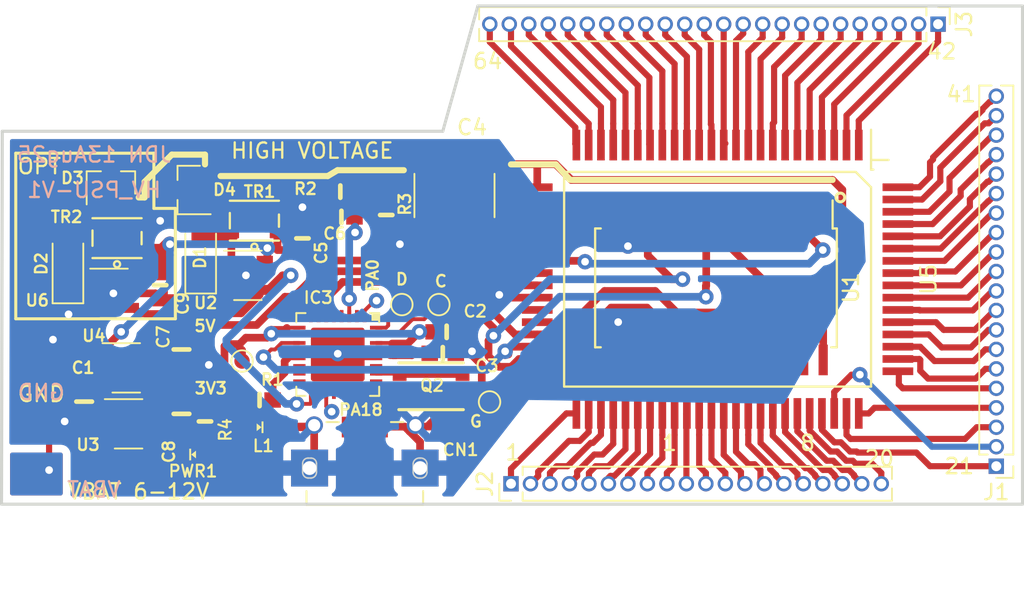
<source format=kicad_pcb>
(kicad_pcb (version 20241229) (generator "pcbnew") (generator_version "9.0")
  (layers (0 "F.Cu" signal "Top") (2 "B.Cu" signal "Bottom") (13 "F.Paste" user) (15 "B.Paste" user) (5 "F.SilkS" user "F.Silkscreen") (7 "B.SilkS" user "B.Silkscreen") (1 "F.Mask" user) (3 "B.Mask" user) (25 "Edge.Cuts" user))
  (net 0 "")
  (net 1 "GND")
  (net 2 "Net-(IC3-VDDCORE)")
  (net 3 "3.3V")
  (net 5 "/D+")
  (net 6 "/D-")
  (net 7 "/~{RESET}")
  (net 8 "/VBUS")
  (net 9 "Net-(D1-A)")
  (net 10 "Net-(D2-A)")
  (net 13 "Net-(IC3-PA31{slash}I11{slash}SECOM1.3{slash}SWDIO)")
  (net 18 "Net-(IC3-PA30{slash}I10{slash}SECOM1.2{slash}SWCLK)")
  (net 20 "unconnected-(IC3-PA18{slash}I2{slash}SERCOM1+3.2-Pad19)")
  (net 21 "Net-(IC3-PA10{slash}I10{slash}AIN18{slash}SERCOM0+2.2{slash}I2SCK)")
  (net 23 "/D0_A4_PA08_SDA")
  (net 24 "/D3_A3_PA07_RXD_SCK")
  (net 25 "/D4_A2_PA06_TXD_MOSI")
  (net 26 "unconnected-(IC3-PA00{slash}EINT0{slash}SERCOM1.0-Pad1)")
  (net 29 "/D1_A0_PA02")
  (net 33 "Net-(PWR1-PadA)")
  (net 34 "Net-(L1-PadA)")
  (net 35 "/PA16_CHARGE_CTRL")
  (net 38 "/HV_SUPPLY")
  (net 39 "Net-(D4-Pad1)")
  (net 40 "/5.0V")
  (net 42 "Net-(J1-Pin_8)")
  (net 43 "Net-(J1-Pin_15)")
  (net 44 "Net-(J1-Pin_7)")
  (net 45 "Net-(J1-Pin_9)")
  (net 46 "Net-(J1-Pin_1)")
  (net 47 "Net-(J1-Pin_20)")
  (net 48 "Net-(J1-Pin_18)")
  (net 49 "Net-(J1-Pin_17)")
  (net 50 "Net-(J1-Pin_13)")
  (net 51 "Net-(J1-Pin_3)")
  (net 52 "Net-(J1-Pin_4)")
  (net 53 "Net-(J1-Pin_16)")
  (net 54 "Net-(J1-Pin_6)")
  (net 55 "/VBAT")
  (net 56 "Net-(J1-Pin_10)")
  (net 57 "Net-(D3-Pad1)")
  (net 58 "Net-(J1-Pin_14)")
  (net 59 "Net-(J1-Pin_2)")
  (net 60 "/HV1")
  (net 61 "/HV2")
  (net 62 "/HV3")
  (net 63 "/HV4")
  (net 64 "/HV5")
  (net 65 "/HV6")
  (net 66 "/HV7")
  (net 67 "/HV8")
  (net 68 "Net-(J1-Pin_5)")
  (net 69 "Net-(J1-Pin_19)")
  (net 70 "Net-(J1-Pin_11)")
  (net 71 "Net-(J1-Pin_12)")
  (net 72 "Net-(J2-Pin_7)")
  (net 73 "Net-(J2-Pin_5)")
  (net 74 "Net-(J2-Pin_20)")
  (net 75 "Net-(J2-Pin_3)")
  (net 76 "Net-(J2-Pin_19)")
  (net 77 "Net-(J2-Pin_6)")
  (net 78 "Net-(J2-Pin_8)")
  (net 79 "Net-(J2-Pin_18)")
  (net 80 "Net-(J2-Pin_2)")
  (net 81 "Net-(J2-Pin_4)")
  (net 82 "Net-(J2-Pin_17)")
  (net 83 "Net-(J2-Pin_1)")
  (net 84 "Net-(J3-Pin_12)")
  (net 85 "Net-(J3-Pin_23)")
  (net 86 "Net-(J3-Pin_4)")
  (net 87 "Net-(J3-Pin_14)")
  (net 88 "Net-(J3-Pin_17)")
  (net 89 "Net-(J3-Pin_1)")
  (net 90 "Net-(J3-Pin_8)")
  (net 91 "Net-(J3-Pin_19)")
  (net 92 "Net-(J3-Pin_16)")
  (net 93 "Net-(J3-Pin_5)")
  (net 94 "Net-(J3-Pin_2)")
  (net 95 "Net-(J3-Pin_15)")
  (net 96 "Net-(J3-Pin_3)")
  (net 97 "Net-(J3-Pin_10)")
  (net 98 "Net-(J3-Pin_22)")
  (net 99 "Net-(J3-Pin_24)")
  (net 100 "Net-(J3-Pin_7)")
  (net 101 "Net-(J3-Pin_11)")
  (net 102 "Net-(J3-Pin_13)")
  (net 103 "Net-(J3-Pin_20)")
  (net 104 "Net-(J3-Pin_9)")
  (net 105 "Net-(J3-Pin_18)")
  (net 106 "Net-(J3-Pin_6)")
  (net 107 "Net-(J3-Pin_21)")
  (footprint "Trinket M0 rev D:0805-NO" (layer "F.Cu") (at 132.2 100.6 -90)
    (property "Reference" "C8")
    (property "Value" "10uF")
  )
  (footprint "Trinket M0 rev D:0805-NO" (layer "F.Cu") (at 125.857 99.8 -90)
    (property "Reference" "C1")
    (property "Value" "10uF")
  )
  (footprint "Trinket M0 rev D:4UCONN_20329_V2" (layer "F.Cu") (at 144.145 102.235)
    (property "Reference" "CN1")
    (property "Value" "4U#20329")
    (fp_line (start -4.05 2.15) (end -4.05 1.6) (stroke (width 0.1)) (layer "Edge.Cuts"))
    (fp_line (start -3.7 1.25) (end -3.5 1.25) (stroke (width 0.1)) (layer "Edge.Cuts"))
    (fp_line (start -3.5 2.55) (end -3.7 2.55) (stroke (width 0.1)) (layer "Edge.Cuts"))
    (fp_line (start -3.15 1.6) (end -3.15 2.15) (stroke (width 0.1)) (layer "Edge.Cuts"))
    (fp_line (start 3.15 2.2) (end 3.15 1.6) (stroke (width 0.1)) (layer "Edge.Cuts"))
    (fp_line (start 4.05 1.6) (end 4.05 2.2) (stroke (width 0.1)) (layer "Edge.Cuts"))
    (fp_arc (start -4.05 1.6) (mid -3.947487 1.352513) (end -3.7 1.25) (stroke (width 0.1)) (layer "Edge.Cuts"))
    (fp_arc (start -3.7 2.55) (mid -3.957843 2.422487) (end -4.05 2.15) (stroke (width 0.1)) (layer "Edge.Cuts"))
    (fp_arc (start -3.5 1.25) (mid -3.252513 1.352513) (end -3.15 1.6) (stroke (width 0.1)) (layer "Edge.Cuts"))
    (fp_arc (start -3.15 2.15) (mid -3.242157 2.422487) (end -3.5 2.55) (stroke (width 0.1)) (layer "Edge.Cuts"))
    (fp_arc (start 3.15 1.6) (mid 3.302513 1.331802) (end 3.6 1.25) (stroke (width 0.1)) (layer "Edge.Cuts"))
    (fp_arc (start 3.6 1.25) (mid 3.897487 1.331802) (end 4.05 1.6) (stroke (width 0.1)) (layer "Edge.Cuts"))
    (fp_arc (start 3.6 2.55) (mid 3.302513 2.468198) (end 3.15 2.2) (stroke (width 0.1)) (layer "Edge.Cuts"))
    (fp_arc (start 4.05 2.2) (mid 3.897487 2.468198) (end 3.6 2.55) (stroke (width 0.1)) (layer "Edge.Cuts"))
  )
  (footprint "Trinket M0 rev D:BTN_KMR2_4.6X2.8" (layer "F.Cu") (at 148.463 98.8)
    (property "Reference" "Q2")
    (property "Value" "reset")
  )
  (footprint "Trinket M0 rev D:QFN32_5MM" (layer "F.Cu") (at 142.381 96.727 -90)
    (property "Reference" "IC3")
    (property "Value" "ATSAMD21E")
  )
  (footprint "Trinket M0 rev D:0603-NO" (layer "F.Cu") (at 149.225 96.647)
    (property "Reference" "C3")
    (property "Value" "1uF")
  )
  (footprint "Trinket M0 rev D:CHIPLED_0603_NOOUTLINE" (layer "F.Cu") (at 137.275 101.473 -90)
    (property "Reference" "L1")
    (property "Value" "red")
  )
  (footprint "Trinket M0 rev D:0603-NO" (layer "F.Cu") (at 137.287 99.695)
    (property "Reference" "R1")
    (property "Value" "1.5K")
  )
  (footprint "Trinket M0 rev D:0603-NO" (layer "F.Cu") (at 133.731 101.092 90)
    (property "Reference" "R4")
    (property "Value" "10K")
  )
  (footprint "Package_TO_SOT_SMD:SOT-23-5" (layer "F.Cu") (at 136.525 91.567)
    (property "Reference" "U2")
    (property "Value" "LT3468")
  )
  (footprint "Diode_SMD:D_SOD-123" (layer "F.Cu") (at 133.45 90.5 90)
    (property "Reference" "D1")
    (property "Value" "B0540W")
  )
  (footprint "EL_driver:ATB3225" (layer "F.Cu") (at 136.95 88)
    (property "Reference" "TR1")
    (property "Value" "ATB3225")
  )
  (footprint "Capacitor_SMD:C_2220_5650Metric" (layer "F.Cu") (at 149.987 86.36 90)
    (property "Reference" "C4")
    (property "Value" "2.2uF")
  )
  (footprint "Trinket M0 rev D:0603-NO" (layer "F.Cu") (at 140.081 89.154 -90)
    (property "Reference" "C5")
    (property "Value" "6.3uF")
  )
  (footprint "Trinket M0 rev D:0603-NO" (layer "F.Cu") (at 142.621 87.757 180)
    (property "Reference" "C6")
    (property "Value" "100pF")
  )
  (footprint "Trinket M0 rev D:0603-NO" (layer "F.Cu") (at 142.55 86.106 180)
    (property "Reference" "R2")
    (property "Value" "10M")
  )
  (footprint "Trinket M0 rev D:0603-NO" (layer "F.Cu") (at 145.542 87.63 90)
    (property "Reference" "R3")
    (property "Value" "100K")
  )
  (footprint "Trinket M0 rev D:0805-NO" (layer "F.Cu") (at 132.2 96.4 -90)
    (property "Reference" "C7")
    (property "Value" "10uF")
  )
  (footprint "Package_SO:SOIC-24W_7.5x15.4mm_P1.27mm" (layer "F.Cu") (at 167.027871 92.383492 -90)
    (property "Reference" "U1")
    (property "Value" "HV513")
  )
  (footprint "Package_TO_SOT_SMD:SOT-23-5" (layer "F.Cu") (at 128.75 101.25)
    (property "Reference" "U3")
    (property "Value" "AP2204K-3.3")
  )
  (footprint "Package_TO_SOT_SMD:SOT-23-5" (layer "F.Cu") (at 128.6 97.6)
    (property "Reference" "U4")
    (property "Value" "AP2204K-5.0")
  )
  (footprint "Package_TO_SOT_SMD:SOT-23" (layer "F.Cu") (at 132.7 86 180)
    (property "Reference" "D4")
    (property "Value" "MMBD5004S")
  )
  (footprint "Trinket M0 rev D:0603-NO" (layer "F.Cu") (at 130.81 92.202 90)
    (property "Reference" "C9")
    (property "Value" "6.3uF")
  )
  (footprint "Diode_SMD:D_SOD-123" (layer "F.Cu") (at 124.8 91.14 90)
    (property "Reference" "D2")
    (property "Value" "B0540W")
  )
  (footprint "Package_TO_SOT_SMD:SOT-23" (layer "F.Cu") (at 127.6 85.54 90)
    (property "Reference" "D3")
    (property "Value" "MMBD5004S")
  )
  (footprint "EL_driver:ATB3225" (layer "F.Cu") (at 128 89.14)
    (property "Reference" "TR2")
    (property "Value" "ATB3225")
  )
  (footprint "Package_TO_SOT_SMD:SOT-23-5" (layer "F.Cu") (at 127.8 92.74)
    (property "Reference" "U6")
    (property "Value" "LT3468")
  )
  (footprint "Trinket M0 rev D:CHIPLED_0603_NOOUTLINE" (layer "F.Cu") (at 132.969 103.251 90)
    (property "Reference" "PWR1")
    (property "Value" "green")
  )
  (footprint "Trinket M0 rev D:0603-NO" (layer "F.Cu") (at 149.479 95.25)
    (property "Reference" "C2")
    (property "Value" "1uF")
  )
  (footprint "Connector_PinHeader_1.27mm:PinHeader_1x20_P1.27mm_Vertical" (layer "F.Cu") (at 185.293 104.013 180)
    (property "Reference" "J1")
    (property "Value" "Conn_01x20_Female")
  )
  (footprint "Connector_PinHeader_1.27mm:PinHeader_1x20_P1.27mm_Vertical" (layer "F.Cu") (at 153.67 105.156 90)
    (property "Reference" "J2")
    (property "Value" "Conn_01x20_Female")
  )
  (footprint "EL_driver:QFP-96_14x20_Pitch0.8mm" (layer "F.Cu") (at 167.132 91.821 -90)
    (property "Reference" "U5")
    (property "Value" "HV507")
  )
  (footprint "Connector_PinHeader_1.27mm:PinHeader_1x24_P1.27mm_Vertical" (layer "F.Cu") (at 181.5 75.184 -90)
    (property "Reference" "J3")
    (property "Value" "Conn_01x24_Female")
  )
  (footprint "TestPoint:TestPoint_Pad_D1.0mm" (layer "F.Cu") (at 148.971 93.472)
    (property "Reference" "TP1" (hide yes))
    (property "Value" "TestPoint")
  )
  (footprint "TestPoint:TestPoint_Pad_D1.0mm" (layer "F.Cu") (at 146.558 93.472)
    (property "Reference" "TP2" (hide yes))
    (property "Value" "TestPoint")
  )
  (footprint "TestPoint:TestPoint_Pad_D1.0mm" (layer "F.Cu") (at 152.273 99.822)
    (property "Reference" "TP3" (hide yes))
    (property "Value" "TestPoint")
  )
  (footprint "TestPoint:TestPoint_Pad_D1.0mm" (layer "F.Cu") (at 136.144 97.155)
    (property "Reference" "TP4" (hide yes))
    (property "Value" "TestPoint")
  )
  (gr_circle (center 175.133 86.487) (end 175.387 86.614) (stroke (width 0.2)) (fill no) (layer "F.SilkS"))
  (gr_line (start 130.4 83.6) (end 130.4 87.2) (stroke (width 0.2)) (layer "F.SilkS"))
  (gr_line (start 131.572 83.693) (end 129.794 85.471) (stroke (width 0.4)) (layer "F.SilkS"))
  (gr_line (start 121.4 83.6) (end 130.4 83.6) (stroke (width 0.2)) (layer "F.SilkS"))
  (gr_line (start 131.8 94.4) (end 121.4 94.4) (stroke (width 0.2)) (layer "F.SilkS"))
  (gr_line (start 129.794 86.487) (end 129.413 86.487) (stroke (width 0.4)) (layer "F.SilkS"))
  (gr_line (start 133.731 84.328) (end 133.731 83.693) (stroke (width 0.4)) (layer "F.SilkS"))
  (gr_line (start 130.4 87.2) (end 131.8 87.2) (stroke (width 0.2)) (layer "F.SilkS"))
  (gr_line (start 129.794 85.471) (end 129.794 86.487) (stroke (width 0.4)) (layer "F.SilkS"))
  (gr_line (start 133.731 83.693) (end 131.572 83.693) (stroke (width 0.4)) (layer "F.SilkS"))
  (gr_line (start 131.8 87.2) (end 131.8 94.4) (stroke (width 0.2)) (layer "F.SilkS"))
  (gr_line (start 157.513 85.329) (end 156.591 84.328) (stroke (width 0.4)) (layer "F.SilkS"))
  (gr_line (start 121.4 94.4) (end 121.4 83.6) (stroke (width 0.2)) (layer "F.SilkS"))
  (gr_line (start 141.732 85.09) (end 134.747 85.09) (stroke (width 0.4)) (layer "F.SilkS"))
  (gr_line (start 146.685 84.709) (end 142.367 84.709) (stroke (width 0.4)) (layer "F.SilkS"))
  (gr_line (start 142.367 84.709) (end 141.732 85.09) (stroke (width 0.4)) (layer "F.SilkS"))
  (gr_line (start 174.625 85.344) (end 157.607 85.344) (stroke (width 0.4)) (layer "F.SilkS"))
  (gr_line (start 156.591 84.328) (end 153.67 84.328) (stroke (width 0.4)) (layer "F.SilkS"))
  (gr_line (start 120.473 106.489) (end 187 106.489) (stroke (width 0.2)) (layer "Edge.Cuts"))
  (gr_line (start 187 106.489) (end 187 74) (stroke (width 0.2)) (layer "Edge.Cuts"))
  (gr_line (start 120.523 82.169) (end 149.225 82.169) (stroke (width 0.2)) (layer "Edge.Cuts"))
  (gr_line (start 120.523 82.169) (end 120.473 106.489) (stroke (width 0.2)) (layer "Edge.Cuts"))
  (gr_line (start 187 74) (end 151.511 74) (stroke (width 0.2)) (layer "Edge.Cuts"))
  (gr_line (start 149.225 82.169) (end 151.511 74) (stroke (width 0.2)) (layer "Edge.Cuts"))
  (gr_text "21" (at 182.88 104.013 0) (layer "F.SilkS") (effects (font (size 1 1))))
  (gr_text "41" (at 183.007 79.756 0) (layer "F.SilkS") (effects (font (size 1 1))))
  (gr_text "64" (at 152.146 77.597 0) (layer "F.SilkS") (effects (font (size 1 1))))
  (gr_text "D" (at 146.558 91.821 0) (layer "F.SilkS") (effects (font (size 0.75 0.75))))
  (gr_text "G" (at 151.384 101.092 0) (layer "F.SilkS") (effects (font (size 0.75 0.75))))
  (gr_text "PA0" (at 144.653 91.567 90) (layer "F.SilkS") (effects (font (size 0.75 0.75))))
  (gr_text "HIGH VOLTAGE" (at 140.716 83.439 0) (layer "F.SilkS") (effects (font (size 1 1))))
  (gr_text "1" (at 153.797 103.124 0) (layer "F.SilkS") (effects (font (size 1 1))))
  (gr_text "3V3" (at 134.112 98.933 0) (layer "F.SilkS") (effects (font (size 0.75 0.75))))
  (gr_text "C" (at 149.098 91.948 0) (layer "F.SilkS") (effects (font (size 0.75 0.75))))
  (gr_text "PA18" (at 143.891 100.33 0) (layer "F.SilkS") (effects (font (size 0.75 0.75))))
  (gr_text "VBAT 6-12V" (at 129.413 105.664 0) (layer "F.SilkS") (effects (font (size 1 1))))
  (gr_text "1" (at 164 102.5 0) (layer "F.SilkS") (effects (font (size 1 1))))
  (gr_text "GND" (at 123.063 99.314 0) (layer "F.SilkS") (effects (font (size 1 1))))
  (gr_text "42" (at 181.737 76.962 0) (layer "F.SilkS") (effects (font (size 1 1))))
  (gr_text "5V" (at 133.731 94.869 0) (layer "F.SilkS") (effects (font (size 0.75 0.75))))
  (gr_text "20" (at 177.673 103.505 0) (layer "F.SilkS") (effects (font (size 1 1))))
  (gr_text "OPT" (at 122.936 84.455 0) (layer "F.SilkS") (effects (font (size 1 1))))
  (gr_text "8" (at 173 102.5 0) (layer "F.SilkS") (effects (font (size 1 1))))
  (gr_text "HV_PSU-V1" (at 126.5 86 0) (layer "B.SilkS") (effects (font (size 1 1)) (justify mirror)))
  (gr_text "JDN 13Aug25" (at 126.5 83.693 0) (layer "B.SilkS") (effects (font (size 1 1)) (justify mirror)))
  (gr_text "VBAT" (at 126.492 105.537 0) (layer "B.SilkS") (effects (font (size 1 1)) (justify mirror)))
  (gr_text "GND" (at 123.063 99.187 0) (layer "B.SilkS") (effects (font (size 1 1)) (justify mirror)))
  (segment (start 129.843507 87.49001) (end 129.957517 87.376) (width 1) (layer "F.Cu") (net 1))
  (segment (start 150.075 96.647) (end 150.075 95.504) (width 0.5) (layer "F.Cu") (net 1))
  (segment (start 132.548 93.052) (end 133.45 92.15) (width 0.5) (layer "F.Cu") (net 1))
  (segment (start 135.425 91.567) (end 134.033 91.567) (width 0.5) (layer "F.Cu") (net 1))
  (segment (start 138.45 87.125) (end 140.077996 87.125) (width 1) (layer "F.Cu") (net 1))
  (segment (start 131.95 97.6) (end 132.2 97.35) (width 0.5) (layer "F.Cu") (net 1))
  (segment (start 161.312871 87.683492) (end 161.312871 89.639129) (width 0.5) (layer "F.Cu") (net 1))
  (segment (start 148.35 101.3) (end 150.05 99.6) (width 0.5) (layer "F.Cu") (net 1))
  (segment (start 139.881 95.477) (end 141.181009 95.477) (width 0.25) (layer "F.Cu") (net 1))
  (segment (start 151.765 97.409) (end 151.130004 96.774004) (width 0.5) (layer "F.Cu") (net 1))
  (segment (start 150.05 99.6) (end 151.479 99.6) (width 0.5) (layer "F.Cu") (net 1))
  (segment (start 145.931001 89.035001) (end 146.431 89.535) (width 0.5) (layer "F.Cu") (net 1))
  (segment (start 142.95 104.1) (end 143.05 104.2) (width 0.5) (layer "F.Cu") (net 1))
  (segment (start 125.515 101.092) (end 125.857 100.75) (width 0.5) (layer "F.Cu") (net 1))
  (segment (start 130.81 93.052) (end 132.548 93.052) (width 0.5) (layer "F.Cu") (net 1))
  (segment (start 150.251 89.535) (end 147.138106 89.535) (width 0.5) (layer "F.Cu") (net 1))
  (segment (start 145.481 101.552) (end 145.481 100.577) (width 0.5) (layer "F.Cu") (net 1))
  (segment (start 151.765 99.314) (end 152.273 99.822) (width 0.5) (layer "F.Cu") (net 1))
  (segment (start 124.8 94.066) (end 124.841 94.107) (width 0.5) (layer "F.Cu") (net 1))
  (segment (start 145.542 88.646) (end 145.931001 89.035001) (width 0.5) (layer "F.Cu") (net 1))
  (segment (start 151.765 99.314) (end 151.765 97.409) (width 0.5) (layer "F.Cu") (net 1))
  (segment (start 127.65 101.25) (end 131.9 101.25) (width 0.5) (layer "F.Cu") (net 1))
  (segment (start 161.036 94.615) (end 160.655 94.615) (width 0.5) (layer "F.Cu") (net 1))
  (segment (start 138.45 86.126) (end 138.45 87.125) (width 1) (layer "F.Cu") (net 1))
  (segment (start 138.681 87.125) (end 139.573 86.233) (width 1) (layer "F.Cu") (net 1))
  (segment (start 153.016 92.729) (end 152.908 92.837) (width 0.5) (layer "F.Cu") (net 1))
  (segment (start 161.312871 94.891871) (end 161.312871 97.083492) (width 0.5) (layer "F.Cu") (net 1))
  (segment (start 135.425 91.567) (end 136.398 91.567) (width 0.5) (layer "F.Cu") (net 1))
  (segment (start 151.479 99.6) (end 151.765 99.314) (width 0.5) (layer "F.Cu") (net 1))
  (segment (start 147.745 102.4285) (end 147.745 104.135) (width 0.5) (layer "F.Cu") (net 1))
  (segment (start 129.5 87.833517) (end 129.843507 87.49001) (width 1) (layer "F.Cu") (net 1))
  (segment (start 129.5 88.265) (end 130.555994 88.265) (width 1) (layer "F.Cu") (net 1))
  (segment (start 132.219 103.251) (end 132.219 101.569) (width 0.5) (layer "F.Cu") (net 1))
  (segment (start 155.382 93.021) (end 153.092 93.021) (width 0.5) (layer "F.Cu") (net 1))
  (segment (start 153.615106 92.837) (end 152.908 92.837) (width 0.5) (layer "F.Cu") (net 1))
  (segment (start 129.5 88.265) (end 129.5 87.833517) (width 1) (layer "F.Cu") (net 1))
  (segment (start 153.689 92.729) (end 153.016 92.729) (width 0.5) (layer "F.Cu") (net 1))
  (segment (start 134.033 91.567) (end 133.45 92.15) (width 0.5) (layer "F.Cu") (net 1))
  (segment (start 124.8 92.79) (end 124.8 94.066) (width 0.5) (layer "F.Cu") (net 1))
  (segment (start 141.881001 96.176992) (end 142.381 96.676991) (width 0.25) (layer "F.Cu") (net 1))
  (segment (start 160.042871 94.973129) (end 160.401 94.615) (width 0.5) (layer "F.Cu") (net 1))
  (segment (start 124.587 101.092) (end 125.515 101.092) (width 0.5) (layer "F.Cu") (net 1))
  (segment (start 140.845 101.335) (end 140.845 103.835) (width 0.5) (layer "F.Cu") (net 1))
  (segment (start 138.025 101.473) (end 140.327 101.473) (width 0.5) (layer "F.Cu") (net 1))
  (segment (start 147.445 101.335) (end 147.445 101.3705) (width 0.5) (layer "F.Cu") (net 1))
  (segment (start 144.881 96.977) (end 142.681009 96.977) (width 0.25) (layer "F.Cu") (net 1))
  (segment (start 160.401 94.615) (end 160.655 94.615) (width 0.5) (layer "F.Cu") (net 1))
  (segment (start 133.926 97.35) (end 133.980887 97.404887) (width 0.5) (layer "F.Cu") (net 1))
  (segment (start 126.357 101.25) (end 125.857 100.75) (width 0.5) (layer "F.Cu") (net 1))
  (segment (start 127.5 97.6) (end 131.95 97.6) (width 0.5) (layer "F.Cu") (net 1))
  (segment (start 142.681009 96.977) (end 142.381 96.676991) (width 0.25) (layer "F.Cu") (net 1))
  (segment (start 145.445 101.46) (end 145.470001 101.434999) (width 0.5) (layer "F.Cu") (net 1))
  (segment (start 141.181009 95.477) (end 141.881001 96.176992) (width 0.25) (layer "F.Cu") (net 1))
  (segment (start 151.003004 96.647) (end 151.130004 96.52) (width 0.5) (layer "F.Cu") (net 1))
  (segment (start 153.67 92.456) (end 153.67 92.782106) (width 0.5) (layer "F.Cu") (net 1))
  (segment (start 127.762 92.74) (end 130.498 92.74) (width 0.5) (layer "F.Cu") (net 1))
  (segment (start 126.65 92.79) (end 126.7 92.74) (width 0.5) (layer "F.Cu") (net 1))
  (segment (start 138.45 87.125) (end 138.681 87.125) (width 1) (layer "F.Cu") (net 1))
  (segment (start 124.745 101.25) (end 124.587 101.092) (width 0.5) (layer "F.Cu") (net 1))
  (segment (start 144.55 104.2) (end 147.3 104.2) (width 0.5) (layer "F.Cu") (net 1))
  (segment (start 150.075 96.647) (end 151.003004 96.647) (width 0.5) (layer "F.Cu") (net 1))
  (segment (start 153.092 93.021) (end 152.908 92.837) (width 0.5) (layer "F.Cu") (net 1))
  (segment (start 140.708 101.6) (end 140.881 101.427) (width 0.5) (layer "F.Cu") (net 1))
  (segment (start 140.881 101.427) (end 139.527 101.427) (width 0.5) (layer "F.Cu") (net 1))
  (segment (start 147.3 104.2) (end 147.4 104.1) (width 0.5) (layer "F.Cu") (net 1))
  (segment (start 132.219 101.569) (end 132.2 101.55) (width 0.5) (layer "F.Cu") (net 1))
  (segment (start 140.845 103.835) (end 140.545 104.135) (width 0.5) (layer "F.Cu") (net 1))
  (segment (start 145.542 88.48) (end 145.542 88.646) (width 0.5) (layer "F.Cu") (net 1))
  (segment (start 147.138106 89.535) (end 146.431 89.535) (width 0.5) (layer "F.Cu") (net 1))
  (segment (start 130.498 92.74) (end 130.81 93.052) (width 0.5) (layer "F.Cu") (net 1))
  (segment (start 147.445 101.3705) (end 147.066 101.7495) (width 0.5) (layer "F.Cu") (net 1))
  (segment (start 145.470001 101.434999) (end 146.751499 101.434999) (width 0.5) (layer "F.Cu") (net 1))
  (segment (start 143.05 104.2) (end 144.55 104.2) (width 0.5) (layer "F.Cu") (net 1))
  (segment (start 124.8 92.79) (end 126.65 92.79) (width 0.5) (layer "F.Cu") (net 1))
  (segment (start 127.65 101.25) (end 126.357 101.25) (width 0.5) (layer "F.Cu") (net 1))
  (segment (start 160.042871 97.083492) (end 160.042871 94.973129) (width 0.5) (layer "F.Cu") (net 1))
  (segment (start 145.481 100.577) (end 146.331 99.727) (width 0.5) (layer "F.Cu") (net 1))
  (segment (start 140.081 88.304) (end 140.081 87.121996) (width 0.5) (layer "F.Cu") (net 1))
  (segment (start 150.368 89.418) (end 150.251 89.535) (width 0.5) (layer "F.Cu") (net 1))
  (segment (start 146.751499 101.434999) (end 147.066 101.7495) (width 0.5) (layer "F.Cu") (net 1))
  (segment (start 145.95 99.6) (end 150.05 99.6) (width 0.5) (layer "F.Cu") (net 1))
  (segment (start 151.130004 96.774004) (end 151.130004 96.52) (width 0.5) (layer "F.Cu") (net 1))
  (segment (start 140.081 88.304) (end 141.224 88.304) (width 0.5) (layer "F.Cu") (net 1))
  (segment (start 153.905 92.221) (end 153.67 92.456) (width 0.5) (layer "F.Cu") (net 1))
  (segment (start 147.481 101.427) (end 148.731 101.427) (width 0.5) (layer "F.Cu") (net 1))
  (segment (start 161.036 94.615) (end 161.312871 94.891871) (width 0.5) (layer "F.Cu") (net 1))
  (segment (start 129.957517 87.376) (end 130.937 87.376) (width 1) (layer "F.Cu") (net 1))
  (segment (start 155.382 92.221) (end 153.905 92.221) (width 0.5) (layer "F.Cu") (net 1))
  (segment (start 140.2 104.1) (end 142.95 104.1) (width 0.5) (layer "F.Cu") (net 1))
  (segment (start 161.312871 89.639129) (end 161.29 89.662) (width 0.5) (layer "F.Cu") (net 1))
  (segment (start 147.066 101.7495) (end 147.745 102.4285) (width 0.5) (layer "F.Cu") (net 1))
  (segment (start 130.555994 88.265) (end 130.809994 88.011) (width 1) (layer "F.Cu") (net 1))
  (segment (start 131.9 101.25) (end 132.2 101.55) (width 0.5) (layer "F.Cu") (net 1))
  (segment (start 153.67 92.782106) (end 153.615106 92.837) (width 0.5) (layer "F.Cu") (net 1))
  (segment (start 126.7 92.74) (end 127.762 92.74) (width 0.5) (layer "F.Cu") (net 1))
  (segment (start 132.2 97.35) (end 133.926 97.35) (width 0.5) (layer "F.Cu") (net 1))
  (segment (start 141.224 88.304) (end 141.771 87.757) (width 0.5) (layer "F.Cu") (net 1))
  (segment (start 150.075 95.504) (end 150.329 95.25) (width 0.5) (layer "F.Cu") (net 1))
  (segment (start 140.077996 87.125) (end 140.081 87.121996) (width 1) (layer "F.Cu") (net 1))
  (via (at 161.29 89.662) (size 1) (drill 0.5) (layers "F.Cu" "B.Cu") (net 1))
  (via (at 124.841 94.107) (size 1) (drill 0.5) (layers "F.Cu" "B.Cu") (net 1))
  (via (at 151.130004 96.52) (size 1) (drill 0.5) (layers "F.Cu" "B.Cu") (net 1))
  (via (at 124.587 101.092) (size 1) (drill 0.5) (layers "F.Cu" "B.Cu") (net 1))
  (via (at 146.431 89.535) (size 1) (drill 0.5) (layers "F.Cu" "B.Cu") (net 1))
  (via (at 123.825 95.758) (size 1) (drill 0.5) (layers "F.Cu" "B.Cu") (net 1))
  (via (at 127.762 92.74) (size 1) (drill 0.5) (layers "F.Cu" "B.Cu") (net 1))
  (via (at 133.980887 97.404887) (size 1) (drill 0.5) (layers "F.Cu" "B.Cu") (net 1))
  (via (at 160.655 94.615) (size 1) (drill 0.5) (layers "F.Cu" "B.Cu") (net 1))
  (via (at 140.081 87.121996) (size 1) (drill 0.5) (layers "F.Cu" "B.Cu") (net 1))
  (via (at 130.809994 88.011) (size 1) (drill 0.5) (layers "F.Cu" "B.Cu") (net 1))
  (via (at 136.398 91.567) (size 1) (drill 0.5) (layers "F.Cu" "B.Cu") (net 1))
  (via (at 152.908 92.837) (size 1) (drill 0.5) (layers "F.Cu" "B.Cu") (net 1))
  (via (at 142.381 96.676991) (size 1) (drill 0.5) (layers "F.Cu" "B.Cu") (net 1))
  (segment (start 142.7515 104.135) (end 142.7565 104.14) (width 1) (layer "B.Cu") (net 1))
  (segment (start 147.745 104.135) (end 145.5385 104.135) (width 1) (layer "B.Cu") (net 1))
  (segment (start 149.9515 104.135) (end 150.2005 103.886) (width 1) (layer "B.Cu") (net 1))
  (segment (start 138.3385 104.135) (end 138.3335 104.14) (width 1) (layer "B.Cu") (net 1))
  (segment (start 140.545 104.135) (end 142.7515 104.135) (width 1) (layer "B.Cu") (net 1))
  (segment (start 147.745 104.135) (end 149.9515 104.135) (width 1) (layer "B.Cu") (net 1))
  (segment (start 140.545 104.135) (end 138.3385 104.135) (width 1) (layer "B.Cu") (net 1))
  (segment (start 145.5385 104.135) (end 145.4165 104.013) (width 1) (layer "B.Cu") (net 1))
  (segment (start 147.3375 96.647) (end 148.375 96.647) (width 0.5) (layer "F.Cu") (net 2))
  (segment (start 145.998812 96.901) (end 146.177 96.901) (width 0.25) (layer "F.Cu") (net 2))
  (segment (start 147.2105 96.774) (end 147.3375 96.647) (width 0.5) (layer "F.Cu") (net 2))
  (segment (start 144.881 96.477) (end 145.574812 96.477) (width 0.25) (layer "F.Cu") (net 2))
  (segment (start 145.574812 96.477) (end 145.998812 96.901) (width 0.25) (layer "F.Cu") (net 2))
  (segment (start 145.796 96.774) (end 147.2105 96.774) (width 0.5) (layer "F.Cu") (net 2))
  (segment (start 136.144 97.155) (end 136.144 96.447894) (width 0.5) (layer "F.Cu") (net 3))
  (segment (start 135.001 96.194) (end 135.001 97.799002) (width 0.5) (layer "F.Cu") (net 3))
  (segment (start 138.049 95.372989) (end 137.790989 95.631) (width 0.5) (layer "F.Cu") (net 3))
  (segment (start 147.201001 95.749999) (end 147.701 95.25) (width 0.5) (layer "F.Cu") (net 3))
  (segment (start 139.084 94.977) (end 139.065 94.996) (width 0.25) (layer "F.Cu") (net 3))
  (segment (start 138.938 95.123) (end 138.049 95.123) (width 0.5) (layer "F.Cu") (net 3))
  (segment (start 146.939 96.012) (end 147.201001 95.749999) (width 0.5) (layer "F.Cu") (net 3))
  (segment (start 133.731 99.069002) (end 133.731 100.242) (width 0.5) (layer "F.Cu") (net 3))
  (segment (start 135.978 96.281894) (end 135.978 96.051) (width 0.5) (layer "F.Cu") (net 3))
  (segment (start 130.728 99.65) (end 132.2 99.65) (width 0.5) (layer "F.Cu") (net 3))
  (segment (start 135.978 96.051) (end 135.144 96.051) (width 0.5) (layer "F.Cu") (net 3))
  (segment (start 132.2 99.65) (end 133.139 99.65) (width 0.5) (layer "F.Cu") (net 3))
  (segment (start 138.049 95.123) (end 138.049 95.372989) (width 0.5) (layer "F.Cu") (net 3))
  (segment (start 139.881 94.977) (end 139.084 94.977) (width 0.25) (layer "F.Cu") (net 3))
  (segment (start 129.85 100.3) (end 130.078 100.3) (width 0.5) (layer "F.Cu") (net 3))
  (segment (start 137.790989 95.631) (end 136.398 95.631) (width 0.5) (layer "F.Cu") (net 3))
  (segment (start 133.139 99.65) (end 133.731 100.242) (width 0.5) (layer "F.Cu") (net 3))
  (segment (start 139.065 94.996) (end 138.938 95.123) (width 0.5) (layer "F.Cu") (net 3))
  (segment (start 136.144 96.447894) (end 135.978 96.281894) (width 0.5) (layer "F.Cu") (net 3))
  (segment (start 147.701 95.25) (end 148.629 95.25) (width 0.5) (layer "F.Cu") (net 3))
  (segment (start 136.398 95.631) (end 135.978 96.051) (width 0.5) (layer "F.Cu") (net 3))
  (segment (start 145.923 96.012) (end 146.939 96.012) (width 0.5) (layer "F.Cu") (net 3))
  (segment (start 135.001 97.799002) (end 133.731 99.069002) (width 0.5) (layer "F.Cu") (net 3))
  (segment (start 144.881 95.977) (end 145.888 95.977) (width 0.25) (layer "F.Cu") (net 3))
  (segment (start 135.144 96.051) (end 135.001 96.194) (width 0.5) (layer "F.Cu") (net 3))
  (segment (start 145.888 95.977) (end 145.923 96.012) (width 0.25) (layer "F.Cu") (net 3))
  (segment (start 130.078 100.3) (end 130.728 99.65) (width 0.5) (layer "F.Cu") (net 3))
  (via (at 138.049 95.372989) (size 1) (drill 0.5) (layers "F.Cu" "B.Cu") (net 3))
  (via (at 147.701 95.25) (size 1) (drill 0.5) (layers "F.Cu" "B.Cu") (net 3))
  (segment (start 138.049 95.372989) (end 147.578011 95.372989) (width 0.5) (layer "B.Cu") (net 3))
  (segment (start 147.578011 95.372989) (end 147.701 95.25) (width 0.5) (layer "B.Cu") (net 3))
  (segment (start 144.131 101.446) (end 144.145 101.46) (width 0.25) (layer "F.Cu") (net 5))
  (segment (start 144.131 99.227) (end 144.131 101.446) (width 0.25) (layer "F.Cu") (net 5))
  (segment (start 143.495 100.218) (end 143.495 101.46) (width 0.25) (layer "F.Cu") (net 6))
  (segment (start 143.631 100.082) (end 143.495 100.218) (width 0.25) (layer "F.Cu") (net 6))
  (segment (start 143.631 99.227) (end 143.631 100.082) (width 0.25) (layer "F.Cu") (net 6))
  (segment (start 146.331 98.127) (end 146.181 97.977) (width 0.25) (layer "F.Cu") (net 7))
  (segment (start 146.181 97.977) (end 144.881 97.977) (width 0.25) (layer "F.Cu") (net 7))
  (segment (start 146.413 98) (end 150.513 98) (width 0.5) (layer "F.Cu") (net 7))
  (segment (start 133.45 88.85) (end 135.425 88.85) (width 1) (layer "F.Cu") (net 9))
  (segment (start 135.45 88.875) (end 135.45 90.592) (width 0.5) (layer "F.Cu") (net 9))
  (segment (start 135.45 88.875) (end 135.382 88.943) (width 0.5) (layer "F.Cu") (net 9))
  (segment (start 135.45 90.592) (end 135.425 90.617) (width 0.5) (layer "F.Cu") (net 9))
  (segment (start 135.425 88.85) (end 135.45 88.875) (width 1) (layer "F.Cu") (net 9))
  (segment (start 126.5 90.015) (end 126.5 91.59) (width 0.5) (layer "F.Cu") (net 10))
  (segment (start 126.5 90.015) (end 125.325 90.015) (width 0.5) (layer "F.Cu") (net 10))
  (segment (start 126.5 91.59) (end 126.7 91.79) (width 0.5) (layer "F.Cu") (net 10))
  (segment (start 125.325 90.015) (end 124.8 89.49) (width 0.5) (layer "F.Cu") (net 10))
  (segment (start 145.669 94.839) (end 145.669 94.234) (width 0.25) (layer "F.Cu") (net 13))
  (segment (start 145.796 94.234) (end 146.558 93.472) (width 0.25) (layer "F.Cu") (net 13))
  (segment (start 144.881 94.977) (end 145.531 94.977) (width 0.25) (layer "F.Cu") (net 13))
  (segment (start 145.669 94.234) (end 145.796 94.234) (width 0.25) (layer "F.Cu") (net 13))
  (segment (start 145.531 94.977) (end 145.669 94.839) (width 0.25) (layer "F.Cu") (net 13))
  (segment (start 144.881 95.477) (end 145.66741 95.477) (width 0.25) (layer "F.Cu") (net 18))
  (segment (start 148.018001 94.424999) (end 148.971 93.472) (width 0.25) (layer "F.Cu") (net 18))
  (segment (start 146.24401 95.43699) (end 145.70742 95.43699) (width 0.25) (layer "F.Cu") (net 18))
  (segment (start 148.018001 94.424999) (end 147.256001 94.424999) (width 0.25) (layer "F.Cu") (net 18))
  (segment (start 145.70742 95.43699) (end 145.66741 95.477) (width 0.25) (layer "F.Cu") (net 18))
  (segment (start 147.256001 94.424999) (end 146.24401 95.43699) (width 0.25) (layer "F.Cu") (net 18))
  (segment (start 141.631 99.227) (end 141.631 100.101994) (width 0.25) (layer "F.Cu") (net 20))
  (segment (start 141.631 100.101994) (end 141.986 100.456994) (width 0.25) (layer "F.Cu") (net 20))
  (via (at 141.986 100.456994) (size 1) (drill 0.5) (layers "F.Cu" "B.Cu") (net 20))
  (segment (start 138.922002 97.170998) (end 138.922002 97.909998) (width 0.5) (layer "F.Cu") (net 21))
  (segment (start 138.922002 97.909998) (end 138.137 98.695) (width 0.5) (layer "F.Cu") (net 21))
  (segment (start 138.137 98.695) (end 138.137 99.695) (width 0.5) (layer "F.Cu") (net 21))
  (segment (start 139.881 96.977) (end 139.116 96.977) (width 0.25) (layer "F.Cu") (net 21))
  (segment (start 139.116 96.977) (end 138.922002 97.170998) (width 0.5) (layer "F.Cu") (net 21))
  (segment (start 166.37 92.964) (end 166.37 92.256894) (width 0.5) (layer "F.Cu") (net 23))
  (segment (start 139.881 95.977) (end 138.719 95.977) (width 0.25) (layer "F.Cu") (net 23))
  (segment (start 153.498 96.729) (end 153.289 96.52) (width 0.5) (layer "F.Cu") (net 23))
  (segment (start 155.382 96.221) (end 153.588 96.221) (width 0.5) (layer "F.Cu") (net 23))
  (segment (start 166.392871 92.234023) (end 166.392871 87.683492) (width 0.5) (layer "F.Cu") (net 23))
  (segment (start 138.294999 96.401001) (end 138.041005 96.401001) (width 0.25) (layer "F.Cu") (net 23))
  (segment (start 138.041005 96.401001) (end 137.541006 96.901) (width 0.25) (layer "F.Cu") (net 23))
  (segment (start 153.588 96.221) (end 153.289 96.52) (width 0.5) (layer "F.Cu") (net 23))
  (segment (start 166.37 92.256894) (end 166.392871 92.234023) (width 0.5) (layer "F.Cu") (net 23))
  (segment (start 138.719 95.977) (end 138.294999 96.401001) (width 0.25) (layer "F.Cu") (net 23))
  (via (at 153.289 96.52) (size 1) (drill 0.5) (layers "F.Cu" "B.Cu") (net 23))
  (via (at 137.541006 96.901) (size 1) (drill 0.5) (layers "F.Cu" "B.Cu") (net 23))
  (via (at 166.37 92.964) (size 1) (drill 0.5) (layers "F.Cu" "B.Cu") (net 23))
  (segment (start 137.541006 96.901) (end 138.364007 97.724001) (width 0.5) (layer "B.Cu") (net 23))
  (segment (start 138.364007 97.724001) (end 152.084999 97.724001) (width 0.5) (layer "B.Cu") (net 23))
  (segment (start 152.789001 97.019999) (end 153.289 96.52) (width 0.5) (layer "B.Cu") (net 23))
  (segment (start 152.084999 97.724001) (end 152.789001 97.019999) (width 0.5) (layer "B.Cu") (net 23))
  (segment (start 166.37 92.964) (end 156.845 92.964) (width 0.5) (layer "B.Cu") (net 23))
  (segment (start 153.788999 96.020001) (end 153.289 96.52) (width 0.5) (layer "B.Cu") (net 23))
  (segment (start 156.845 92.964) (end 153.788999 96.020001) (width 0.5) (layer "B.Cu") (net 23))
  (segment (start 157.607 94.742) (end 159.766 92.583) (width 0.5) (layer "F.Cu") (net 24))
  (segment (start 157.561 94.742) (end 157.607 94.742) (width 0.5) (layer "F.Cu") (net 24))
  (segment (start 147.08409 91.341021) (end 149.861986 91.341021) (width 0.5) (layer "F.Cu") (net 24))
  (segment (start 147.041059 91.29799) (end 147.08409 91.341021) (width 0.5) (layer "F.Cu") (net 24))
  (segment (start 153.941965 95.421) (end 155.382 95.421) (width 0.5) (layer "F.Cu") (net 24))
  (segment (start 164.473001 93.988001) (end 172.220001 93.988001) (width 0.5) (layer "F.Cu") (net 24))
  (segment (start 149.861986 91.341021) (end 153.941965 95.421) (width 0.5) (layer "F.Cu") (net 24))
  (segment (start 156.882 95.421) (end 157.561 94.742) (width 0.5) (layer "F.Cu") (net 24))
  (segment (start 140.589 93.535) (end 140.589 93.218) (width 0.25) (layer "F.Cu") (net 24))
  (segment (start 167.662871 89.430871) (end 167.662871 87.683492) (width 0.5) (layer "F.Cu") (net 24))
  (segment (start 140.589 93.008674) (end 142.299684 91.29799) (width 0.5) (layer "F.Cu") (net 24))
  (segment (start 155.382 95.421) (end 156.882 95.421) (width 0.5) (layer "F.Cu") (net 24))
  (segment (start 140.589 93.218) (end 140.589 93.008674) (width 0.5) (layer "F.Cu") (net 24))
  (segment (start 159.766 92.583) (end 163.068 92.583) (width 0.5) (layer "F.Cu") (net 24))
  (segment (start 172.220001 93.988001) (end 167.662871 89.430871) (width 0.5) (layer "F.Cu") (net 24))
  (segment (start 140.631 93.577) (end 140.589 93.535) (width 0.25) (layer "F.Cu") (net 24))
  (segment (start 142.299684 91.29799) (end 147.041059 91.29799) (width 0.5) (layer "F.Cu") (net 24))
  (segment (start 163.068 92.583) (end 164.473001 93.988001) (width 0.5) (layer "F.Cu") (net 24))
  (segment (start 140.631 94.227) (end 140.631 93.577) (width 0.25) (layer "F.Cu") (net 24))
  (segment (start 152.891998 97.529) (end 153.687962 97.529) (width 0.5) (layer "F.Cu") (net 25))
  (segment (start 149.572032 92.041032) (end 152.527 94.996) (width 0.5) (layer "F.Cu") (net 25))
  (segment (start 152.527 95.504) (end 152.207002 95.823998) (width 0.5) (layer "F.Cu") (net 25))
  (segment (start 153.687962 97.529) (end 154.195962 97.021) (width 0.5) (layer "F.Cu") (net 25))
  (segment (start 154.195962 97.021) (end 155.382 97.021) (width 0.5) (layer "F.Cu") (net 25))
  (segment (start 146.794136 92.041032) (end 149.572032 92.041032) (width 0.5) (layer "F.Cu") (net 25))
  (segment (start 152.207002 95.823998) (end 152.207002 96.844004) (width 0.5) (layer "F.Cu") (net 25))
  (segment (start 164.138894 91.821) (end 162.582871 90.264977) (width 0.5) (layer "F.Cu") (net 25))
  (segment (start 141.351 93.345) (end 142.697999 91.998001) (width 0.5) (layer "F.Cu") (net 25))
  (segment (start 141.131 93.565) (end 141.351 93.345) (width 0.25) (layer "F.Cu") (net 25))
  (segment (start 142.697999 91.998001) (end 146.751105 91.998001) (width 0.5) (layer "F.Cu") (net 25))
  (segment (start 162.582871 89.183492) (end 162.582871 87.683492) (width 0.5) (layer "F.Cu") (net 25))
  (segment (start 152.527 94.996) (end 152.527 95.504) (width 0.5) (layer "F.Cu") (net 25))
  (segment (start 164.846 91.821) (end 164.138894 91.821) (width 0.5) (layer "F.Cu") (net 25))
  (segment (start 152.207002 96.844004) (end 152.891998 97.529) (width 0.5) (layer "F.Cu") (net 25))
  (segment (start 146.751105 91.998001) (end 146.794136 92.041032) (width 0.5) (layer "F.Cu") (net 25))
  (segment (start 141.131 94.227) (end 141.131 93.565) (width 0.25) (layer "F.Cu") (net 25))
  (segment (start 162.582871 90.264977) (end 162.582871 89.183492) (width 0.5) (layer "F.Cu") (net 25))
  (via (at 152.527 95.504) (size 1) (drill 0.5) (layers "F.Cu" "B.Cu") (net 25))
  (via (at 164.846 91.821) (size 1) (drill 0.5) (layers "F.Cu" "B.Cu") (net 25))
  (segment (start 156.21 91.821) (end 153.026999 95.004001) (width 0.5) (layer "B.Cu") (net 25))
  (segment (start 153.026999 95.004001) (end 152.527 95.504) (width 0.5) (layer "B.Cu") (net 25))
  (segment (start 164.846 91.821) (end 156.21 91.821) (width 0.5) (layer "B.Cu") (net 25))
  (segment (start 144.78 93.218) (end 144.907 93.218) (width 0.25) (layer "F.Cu") (net 26))
  (segment (start 144.131 93.867) (end 144.78 93.218) (width 0.25) (layer "F.Cu") (net 26))
  (segment (start 144.131 94.227) (end 144.131 93.867) (width 0.25) (layer "F.Cu") (net 26))
  (via (at 144.907 93.218) (size 1) (drill 0.5) (layers "F.Cu" "B.Cu") (net 26))
  (segment (start 143.131 93.093) (end 143.129 93.091) (width 0.25) (layer "F.Cu") (net 29))
  (segment (start 144.653 86.3215) (end 144.4375 86.106) (width 0.5) (layer "F.Cu") (net 29))
  (segment (start 144.653 86.36) (end 144.653 86.3215) (width 0.5) (layer "F.Cu") (net 29))
  (segment (start 145.073 86.78) (end 144.653 86.36) (width 0.5) (layer "F.Cu") (net 29))
  (segment (start 143.51 88.392) (end 143.51 87.796) (width 0.5) (layer "F.Cu") (net 29))
  (segment (start 143.4 87.686) (end 143.471 87.757) (width 0.5) (layer "F.Cu") (net 29))
  (segment (start 143.51 87.796) (end 143.471 87.757) (width 0.5) (layer "F.Cu") (net 29))
  (segment (start 145.542 86.78) (end 145.073 86.78) (width 0.5) (layer "F.Cu") (net 29))
  (segment (start 143.4 86.106) (end 143.4 87.686) (width 0.5) (layer "F.Cu") (net 29))
  (segment (start 143.131 94.227) (end 143.131 93.093) (width 0.25) (layer "F.Cu") (net 29))
  (segment (start 144.4375 86.106) (end 143.4 86.106) (width 0.5) (layer "F.Cu") (net 29))
  (via (at 143.51 88.773) (size 1) (drill 0.5) (layers "F.Cu" "B.Cu") (net 29))
  (via (at 143.129 93.091) (size 1) (drill 0.5) (layers "F.Cu" "B.Cu") (net 29))
  (segment (start 143.129 88.773) (end 143.51 88.392) (width 0.5) (layer "B.Cu") (net 29))
  (segment (start 143.129 93.091) (end 143.129 88.773) (width 0.5) (layer "B.Cu") (net 29))
  (segment (start 133.719 101.954) (end 133.731 101.942) (width 0.5) (layer "F.Cu") (net 33))
  (segment (start 133.719 103.251) (end 133.719 101.954) (width 0.5) (layer "F.Cu") (net 33))
  (segment (start 136.437 99.695) (end 136.437 101.385) (width 0.5) (layer "F.Cu") (net 34))
  (segment (start 136.437 101.385) (end 136.525 101.473) (width 0.5) (layer "F.Cu") (net 34))
  (segment (start 137.287 92.65) (end 137.42 92.517) (width 0.5) (layer "F.Cu") (net 35))
  (segment (start 131.710001 94.089501) (end 131.760001 94.039501) (width 0.5) (layer "F.Cu") (net 35))
  (segment (start 131.760001 94.039501) (end 136.084499 94.039501) (width 0.5) (layer "F.Cu") (net 35))
  (segment (start 140.631 99.227) (end 140.631 99.907) (width 0.25) (layer "F.Cu") (net 35))
  (segment (start 137.83 92.517) (end 138.78 91.567) (width 0.5) (layer "F.Cu") (net 35))
  (segment (start 129.454501 94.039501) (end 129.859999 94.039501) (width 0.5) (layer "F.Cu") (net 35))
  (segment (start 138.78 91.567) (end 139.319 91.567) (width 0.5) (layer "F.Cu") (net 35))
  (segment (start 137.625 92.517) (end 137.83 92.517) (width 0.5) (layer "F.Cu") (net 35))
  (segment (start 140.589 99.949) (end 139.700001 99.949) (width 0.25) (layer "F.Cu") (net 35))
  (segment (start 129.859999 94.039501) (end 129.909999 94.089501) (width 0.5) (layer "F.Cu") (net 35))
  (segment (start 140.631 99.907) (end 140.589 99.949) (width 0.25) (layer "F.Cu") (net 35))
  (segment (start 139.381 91.505) (end 139.319 91.567) (width 0.5) (layer "F.Cu") (net 35))
  (segment (start 139.700001 99.949) (end 139.7 99.948999) (width 0.25) (layer "F.Cu") (net 35))
  (segment (start 129.105 93.69) (end 129.454501 94.039501) (width 0.5) (layer "F.Cu") (net 35))
  (segment (start 136.084499 94.039501) (end 137.287 92.837) (width 0.5) (layer "F.Cu") (net 35))
  (segment (start 137.42 92.517) (end 137.625 92.517) (width 0.5) (layer "F.Cu") (net 35))
  (segment (start 129.909999 94.089501) (end 131.710001 94.089501) (width 0.5) (layer "F.Cu") (net 35))
  (segment (start 128.9 93.69) (end 129.105 93.69) (width 0.5) (layer "F.Cu") (net 35))
  (segment (start 137.287 92.837) (end 137.287 92.65) (width 0.5) (layer "F.Cu") (net 35))
  (via (at 139.7 99.948999) (size 1) (drill 0.5) (layers "F.Cu" "B.Cu") (net 35))
  (via (at 139.319 91.567) (size 1) (drill 0.5) (layers "F.Cu" "B.Cu") (net 35))
  (segment (start 135.128 96.084105) (end 135.128 95.758) (width 0.5) (layer "B.Cu") (net 35))
  (segment (start 135.128 95.758) (end 138.819001 92.066999) (width 0.5) (layer "B.Cu") (net 35))
  (segment (start 138.819001 92.066999) (end 139.319 91.567) (width 0.5) (layer "B.Cu") (net 35))
  (segment (start 139.7 99.948999) (end 138.992894 99.948999) (width 0.5) (layer "B.Cu") (net 35))
  (segment (start 139.319 91.44) (end 139.319 91.567) (width 0.5) (layer "B.Cu") (net 35))
  (segment (start 138.992894 99.948999) (end 135.128 96.084105) (width 0.5) (layer "B.Cu") (net 35))
  (segment (start 157.404002 97.821) (end 155.382 97.821) (width 0.5) (layer "F.Cu") (net 38))
  (segment (start 158.496 96.729002) (end 158.496 95.367998) (width 0.5) (layer "F.Cu") (net 38))
  (segment (start 175.26 85.979) (end 174.625 85.344) (width 0.5) (layer "F.Cu") (net 38))
  (segment (start 134.65 85.05) (end 134.69 85.09) (width 0.5) (layer "F.Cu") (net 38))
  (segment (start 158.496 96.729002) (end 157.404002 97.821) (width 0.5) (layer "F.Cu") (net 38))
  (segment (start 131.318 83.693) (end 133.604 83.693) (width 0.5) (layer "F.Cu") (net 38))
  (segment (start 156.581 84.318) (end 155.321 84.318) (width 0.5) (layer "F.Cu") (net 38))
  (segment (start 149.987 83.81) (end 149.977 83.82) (width 0.5) (layer "F.Cu") (net 38))
  (segment (start 141.7 85.106) (end 141.7 86.106) (width 0.5) (layer "F.Cu") (net 38))
  (segment (start 155.382 85.821) (end 155.382 84.379) (width 0.5) (layer "F.Cu") (net 38))
  (segment (start 141.986 85.09) (end 141.684 85.09) (width 0.5) (layer "F.Cu") (net 38))
  (segment (start 174.625 85.344) (end 157.607 85.344) (width 0.5) (layer "F.Cu") (net 38))
  (segment (start 133.7 85.05) (end 134.65 85.05) (width 0.5) (layer "F.Cu") (net 38))
  (segment (start 149.977 83.82) (end 147.548 83.82) (width 0.5) (layer "F.Cu") (net 38))
  (segment (start 129.667 85.344) (end 131.318 83.693) (width 0.5) (layer "F.Cu") (net 38))
  (segment (start 142.367 84.709) (end 141.986 85.09) (width 0.5) (layer "F.Cu") (net 38))
  (segment (start 155.321 84.318) (end 147.05 84.318) (width 0.5) (layer "F.Cu") (net 38))
  (segment (start 172.742871 95.145871) (end 172.742871 97.083492) (width 0.5) (layer "F.Cu") (net 38))
  (segment (start 133.7 83.789) (end 133.7 85.05) (width 0.5) (layer "F.Cu") (net 38))
  (segment (start 175.26 92.628742) (end 175.26 85.979) (width 0.5) (layer "F.Cu") (net 38))
  (segment (start 147.548 83.82) (end 147.05 84.318) (width 0.5) (layer "F.Cu") (net 38))
  (segment (start 173.99 93.898742) (end 172.742871 95.145871) (width 0.5) (layer "F.Cu") (net 38))
  (segment (start 155.382 84.379) (end 155.321 84.318) (width 0.5) (layer "F.Cu") (net 38))
  (segment (start 133.604 83.693) (end 133.7 83.789) (width 0.5) (layer "F.Cu") (net 38))
  (segment (start 172.593 94.996) (end 172.742871 95.145871) (width 0.5) (layer "F.Cu") (net 38))
  (segment (start 162.525037 93.664999) (end 163.856038 94.996) (width 0.5) (layer "F.Cu") (net 38))
  (segment (start 147.05 84.318) (end 146.659 84.709) (width 0.5) (layer "F.Cu") (net 38))
  (segment (start 128.55 86.54) (end 129.45 86.54) (width 0.5) (layer "F.Cu") (net 38))
  (segment (start 129.667 86.323) (end 129.667 85.344) (width 0.5) (layer "F.Cu") (net 38))
  (segment (start 173.99 93.898742) (end 175.26 92.628742) (width 0.5) (layer "F.Cu") (net 38))
  (segment (start 157.607 85.344) (end 156.581 84.318) (width 0.5) (layer "F.Cu") (net 38))
  (segment (start 174.012871 97.083492) (end 174.012871 93.921613) (width 0.5) (layer "F.Cu") (net 38))
  (segment (start 158.496 95.367998) (end 160.198999 93.664999) (width 0.5) (layer "F.Cu") (net 38))
  (segment (start 163.856038 94.996) (end 172.593 94.996) (width 0.5) (layer "F.Cu") (net 38))
  (segment (start 146.659 84.709) (end 142.367 84.709) (width 0.5) (layer "F.Cu") (net 38))
  (segment (start 141.684 85.09) (end 141.7 85.106) (width 0.5) (layer "F.Cu") (net 38))
  (segment (start 174.012871 93.921613) (end 173.99 93.898742) (width 0.5) (layer "F.Cu") (net 38))
  (segment (start 160.198999 93.664999) (end 162.525037 93.664999) (width 0.5) (layer "F.Cu") (net 38))
  (segment (start 134.69 85.09) (end 141.684 85.09) (width 0.5) (layer "F.Cu") (net 38))
  (segment (start 129.45 86.54) (end 129.667 86.323) (width 0.5) (layer "F.Cu") (net 38))
  (segment (start 135.45 87.125) (end 133.875 87.125) (width 1) (layer "F.Cu") (net 39))
  (segment (start 135.275 86.95) (end 135.45 87.125) (width 0.5) (layer "F.Cu") (net 39))
  (segment (start 133.875 87.125) (end 133.7 86.95) (width 1) (layer "F.Cu") (net 39))
  (segment (start 129.7 96.65) (end 130.9 95.45) (width 0.5) (layer "F.Cu") (net 40))
  (segment (start 153.416 90.678) (end 153.543 90.551) (width 0.5) (layer "F.Cu") (net 40))
  (segment (start 153.882 89.021) (end 153.543 89.36) (width 0.5) (layer "F.Cu") (net 40))
  (segment (start 152.61701 90.64101) (end 153.416 91.44) (width 0.5) (layer "F.Cu") (net 40))
  (segment (start 153.543 89.789) (end 153.543 90.551) (width 0.5) (layer "F.Cu") (net 40))
  (segment (start 147.331013 90.597979) (end 147.374044 90.64101) (width 0.5) (layer "F.Cu") (net 40))
  (segment (start 172.742871 87.683492) (end 172.742871 88.668871) (width 0.5) (layer "F.Cu") (net 40))
  (segment (start 153.435 91.421) (end 155.382 91.421) (width 0.5) (layer "F.Cu") (net 40))
  (segment (start 173.863 89.789) (end 173.99 89.916) (width 0.5) (layer "F.Cu") (net 40))
  (segment (start 155.382 89.821) (end 153.882 89.821) (width 0.5) (layer "F.Cu") (net 40))
  (segment (start 158.439 90.621) (end 158.496 90.678) (width 0.5) (layer "F.Cu") (net 40))
  (segment (start 137.098011 94.803989) (end 138.938 92.964) (width 0.5) (layer "F.Cu") (net 40))
  (segment (start 147.374044 90.64101) (end 152.61701 90.64101) (width 0.5) (layer "F.Cu") (net 40))
  (segment (start 132.2 95.45) (end 133.45 95.45) (width 0.5) (layer "F.Cu") (net 40))
  (segment (start 153.543 89.36) (end 153.543 89.789) (width 0.5) (layer "F.Cu") (net 40))
  (segment (start 172.742871 88.668871) (end 173.99 89.916) (width 0.5) (layer "F.Cu") (net 40))
  (segment (start 153.882 89.821) (end 153.85 89.789) (width 0.5) (layer "F.Cu") (net 40))
  (segment (start 153.416 91.44) (end 153.416 90.678) (width 0.5) (layer "F.Cu") (net 40))
  (segment (start 153.416 91.44) (end 153.435 91.421) (width 0.5) (layer "F.Cu") (net 40))
  (segment (start 153.85 89.789) (end 153.543 89.789) (width 0.5) (layer "F.Cu") (net 40))
  (segment (start 130.9 95.45) (end 132.2 95.45) (width 0.5) (layer "F.Cu") (net 40))
  (segment (start 138.938 92.964) (end 139.529002 92.964) (width 0.5) (layer "F.Cu") (net 40))
  (segment (start 141.895023 90.597979) (end 147.331013 90.597979) (width 0.5) (layer "F.Cu") (net 40))
  (segment (start 155.382 89.021) (end 153.882 89.021) (width 0.5) (layer "F.Cu") (net 40))
  (segment (start 155.382 90.621) (end 153.613 90.621) (width 0.5) (layer "F.Cu") (net 40))
  (segment (start 133.45 95.45) (end 134.096011 94.803989) (width 0.5) (layer "F.Cu") (net 40))
  (segment (start 155.382 90.621) (end 158.439 90.621) (width 0.5) (layer "F.Cu") (net 40))
  (segment (start 153.613 90.621) (end 153.543 90.551) (width 0.5) (layer "F.Cu") (net 40))
  (segment (start 134.096011 94.803989) (end 137.098011 94.803989) (width 0.5) (layer "F.Cu") (net 40))
  (segment (start 139.529002 92.964) (end 141.895023 90.597979) (width 0.5) (layer "F.Cu") (net 40))
  (via (at 173.99 89.916) (size 1) (drill 0.5) (layers "F.Cu" "B.Cu") (net 40))
  (via (at 158.496 90.678) (size 1) (drill 0.5) (layers "F.Cu" "B.Cu") (net 40))
  (segment (start 173.101 90.805) (end 173.99 89.916) (width 0.5) (layer "B.Cu") (net 40))
  (segment (start 158.623 90.805) (end 173.101 90.805) (width 0.5) (layer "B.Cu") (net 40))
  (segment (start 158.496 90.678) (end 158.623 90.805) (width 0.5) (layer "B.Cu") (net 40))
  (segment (start 183.642 96.266) (end 184.785 95.123) (width 0.4) (layer "F.Cu") (net 42))
  (segment (start 181.737 96.266) (end 183.642 96.266) (width 0.4) (layer "F.Cu") (net 42))
  (segment (start 184.785 95.123) (end 185.293 95.123) (width 0.4) (layer "F.Cu") (net 42))
  (segment (start 178.882 95.421) (end 180.892 95.421) (width 0.4) (layer "F.Cu") (net 42))
  (segment (start 180.892 95.421) (end 181.737 96.266) (width 0.4) (layer "F.Cu") (net 42))
  (segment (start 184.793001 86.732999) (end 185.293 86.233) (width 0.4) (layer "F.Cu") (net 43))
  (segment (start 181.673629 89.821) (end 184.76163 86.732999) (width 0.4) (layer "F.Cu") (net 43))
  (segment (start 178.882 89.821) (end 181.673629 89.821) (width 0.4) (layer "F.Cu") (net 43))
  (segment (start 184.76163 86.732999) (end 184.793001 86.732999) (width 0.4) (layer "F.Cu") (net 43))
  (segment (start 180.330542 96.221) (end 181.264542 97.155) (width 0.4) (layer "F.Cu") (net 44))
  (segment (start 184.585894 96.393) (end 185.293 96.393) (width 0.4) (layer "F.Cu") (net 44))
  (segment (start 183.823894 97.155) (end 184.585894 96.393) (width 0.4) (layer "F.Cu") (net 44))
  (segment (start 178.882 96.221) (end 180.330542 96.221) (width 0.4) (layer "F.Cu") (net 44))
  (segment (start 181.264542 97.155) (end 183.823894 97.155) (width 0.4) (layer "F.Cu") (net 44))
  (segment (start 181.864 95.123) (end 183.896 95.123) (width 0.4) (layer "F.Cu") (net 45))
  (segment (start 185.166 93.853) (end 185.293 93.853) (width 0.4) (layer "F.Cu") (net 45))
  (segment (start 181.362 94.621) (end 181.864 95.123) (width 0.4) (layer "F.Cu") (net 45))
  (segment (start 178.882 94.621) (end 181.362 94.621) (width 0.4) (layer "F.Cu") (net 45))
  (segment (start 183.896 95.123) (end 185.166 93.853) (width 0.4) (layer "F.Cu") (net 45))
  (segment (start 173.932 100.571) (end 173.932 101.641828) (width 0.4) (layer "F.Cu") (net 46))
  (segment (start 175.767605 103.055977) (end 176.189065 103.055977) (width 0.4) (layer "F.Cu") (net 46))
  (segment (start 173.932 101.641828) (end 174.746142 102.45597) (width 0.4) (layer "F.Cu") (net 46))
  (segment (start 180.086 103.124) (end 180.975 104.013) (width 0.4) (layer "F.Cu") (net 46))
  (segment (start 176.257088 103.124) (end 180.086 103.124) (width 0.4) (layer "F.Cu") (net 46))
  (segment (start 174.746142 102.45597) (end 175.1676 102.455972) (width 0.4) (layer "F.Cu") (net 46))
  (segment (start 180.975 104.013) (end 185.293 104.013) (width 0.4) (layer "F.Cu") (net 46))
  (segment (start 175.1676 102.455972) (end 175.767605 103.055977) (width 0.4) (layer "F.Cu") (net 46))
  (segment (start 176.189065 103.055977) (end 176.257088 103.124) (width 0.4) (layer "F.Cu") (net 46))
  (segment (start 184.392999 80.783001) (end 184.392999 80.720999) (width 0.4) (layer "F.Cu") (net 47))
  (segment (start 181.17198 84.00402) (end 181.171981 83.877019) (width 0.4) (layer "F.Cu") (net 47))
  (segment (start 183.99601 81.05299) (end 184.12301 81.05299) (width 0.4) (layer "F.Cu") (net 47))
  (segment (start 181.171981 83.877019) (end 183.99601 81.05299) (width 0.4) (layer "F.Cu") (net 47))
  (segment (start 184.860999 80.252999) (end 184.923001 80.252999) (width 0.4) (layer "F.Cu") (net 47))
  (segment (start 184.12301 81.05299) (end 184.392999 80.783001) (width 0.4) (layer "F.Cu") (net 47))
  (segment (start 180.282 85.821) (end 180.975 85.128) (width 0.4) (layer "F.Cu") (net 47))
  (segment (start 178.882 85.821) (end 180.282 85.821) (width 0.4) (layer "F.Cu") (net 47))
  (segment (start 180.975 84.201) (end 181.17198 84.00402) (width 0.4) (layer "F.Cu") (net 47))
  (segment (start 184.923001 80.252999) (end 185.293 79.883) (width 0.4) (layer "F.Cu") (net 47))
  (segment (start 184.392999 80.720999) (end 184.860999 80.252999) (width 0.4) (layer "F.Cu") (net 47))
  (segment (start 180.975 85.128) (end 180.975 84.201) (width 0.4) (layer "F.Cu") (net 47))
  (segment (start 182.245 85.228002) (end 185.050002 82.423) (width 0.4) (layer "F.Cu") (net 48))
  (segment (start 182.245 86.106) (end 182.245 85.228002) (width 0.4) (layer "F.Cu") (net 48))
  (segment (start 178.882 87.421) (end 180.93 87.421) (width 0.4) (layer "F.Cu") (net 48))
  (segment (start 185.050002 82.423) (end 185.293 82.423) (width 0.4) (layer "F.Cu") (net 48))
  (segment (start 180.93 87.421) (end 182.245 86.106) (width 0.4) (layer "F.Cu") (net 48))
  (segment (start 181.146 88.221) (end 182.972011 86.394989) (width 0.4) (layer "F.Cu") (net 49))
  (segment (start 184.752541 84.192999) (end 184.793001 84.192999) (width 0.4) (layer "F.Cu") (net 49))
  (segment (start 182.972011 85.973529) (end 184.752541 84.192999) (width 0.4) (layer "F.Cu") (net 49))
  (segment (start 178.882 88.221) (end 181.146 88.221) (width 0.4) (layer "F.Cu") (net 49))
  (segment (start 184.793001 84.192999) (end 185.293 83.693) (width 0.4) (layer "F.Cu") (net 49))
  (segment (start 182.972011 86.394989) (end 182.972011 85.973529) (width 0.4) (layer "F.Cu") (net 49))
  (segment (start 180.282 91.421) (end 180.39 91.313) (width 0.4) (layer "F.Cu") (net 50))
  (segment (start 182.626 91.313) (end 185.166 88.773) (width 0.4) (layer "F.Cu") (net 50))
  (segment (start 180.39 91.313) (end 182.626 91.313) (width 0.4) (layer "F.Cu") (net 50))
  (segment (start 178.882 91.421) (end 180.282 91.421) (width 0.4) (layer "F.Cu") (net 50))
  (segment (start 185.166 88.773) (end 185.293 88.773) (width 0.4) (layer "F.Cu") (net 50))
  (segment (start 175.532 101.971) (end 175.796 102.235) (width 0.4) (layer "F.Cu") (net 51))
  (segment (start 184.023 101.473) (end 185.293 101.473) (width 0.4) (layer "F.Cu") (net 51))
  (segment (start 183.261 102.235) (end 184.023 101.473) (width 0.4) (layer "F.Cu") (net 51))
  (segment (start 175.796 102.235) (end 183.261 102.235) (width 0.4) (layer "F.Cu") (net 51))
  (segment (start 175.532 100.571) (end 175.532 101.971) (width 0.4) (layer "F.Cu") (net 51))
  (segment (start 176.982 100.571) (end 177.35 100.203) (width 0.4) (layer "F.Cu") (net 52))
  (segment (start 183.769 100.203) (end 185.293 100.203) (width 0.4) (layer "F.Cu") (net 52))
  (segment (start 176.332 100.571) (end 176.982 100.571) (width 0.4) (layer "F.Cu") (net 52))
  (segment (start 177.35 100.203) (end 183.769 100.203) (width 0.4) (layer "F.Cu") (net 52))
  (segment (start 184.712086 85.462999) (end 184.793001 85.462999) (width 0.4) (layer "F.Cu") (net 53))
  (segment (start 184.793001 85.462999) (end 185.293 84.963) (width 0.4) (layer "F.Cu") (net 53))
  (segment (start 183.572022 87.074064) (end 183.572022 86.603063) (width 0.4) (layer "F.Cu") (net 53))
  (segment (start 178.882 89.021) (end 181.625086 89.021) (width 0.4) (layer "F.Cu") (net 53))
  (segment (start 181.625086 89.021) (end 183.572022 87.074064) (width 0.4) (layer "F.Cu") (net 53))
  (segment (start 183.572022 86.603063) (end 184.712086 85.462999) (width 0.4) (layer "F.Cu") (net 53))
  (segment (start 180.848 98.298) (end 183.950894 98.298) (width 0.4) (layer "F.Cu") (net 54))
  (segment (start 183.950894 98.298) (end 184.585894 97.663) (width 0.4) (layer "F.Cu") (net 54))
  (segment (start 180.282 97.021) (end 180.34 97.079) (width 0.4) (layer "F.Cu") (net 54))
  (segment (start 178.882 97.021) (end 180.282 97.021) (width 0.4) (layer "F.Cu") (net 54))
  (segment (start 184.585894 97.663) (end 185.293 97.663) (width 0.4) (layer "F.Cu") (net 54))
  (segment (start 180.34 97.79) (end 180.848 98.298) (width 0.4) (layer "F.Cu") (net 54))
  (segment (start 180.34 97.079) (end 180.34 97.79) (width 0.4) (layer "F.Cu") (net 54))
  (segment (start 125.6 98.85) (end 124.797 98.85) (width 0.5) (layer "F.Cu") (net 55))
  (segment (start 123.571 103.559894) (end 123.571 102.2) (width 0.4) (layer "F.Cu") (net 55))
  (segment (start 129.314 90.201) (end 129.5 90.015) (width 0.5) (layer "F.Cu") (net 55))
  (segment (start 123.571 104.267) (end 123.571 103.559894) (width 0.4) (layer "F.Cu") (net 55))
  (segment (start 138.45 88.875) (end 138.45 89.65) (width 0.5) (layer "F.Cu") (net 55))
  (segment (start 128.9 91.79) (end 128.9 90.965) (width 0.5) (layer "F.Cu") (net 55))
  (segment (start 129.314 90.551) (end 129.314 90.201) (width 0.5) (layer "F.Cu") (net 55))
  (segment (start 125.6 98.85) (end 127.2 98.85) (width 0.5) (layer "F.Cu") (net 55))
  (segment (start 138.993 89.916) (end 138.45 89.916) (width 0.5) (layer "F.Cu") (net 55))
  (segment (start 137.795 90.447) (end 137.625 90.617) (width 0.5) (layer "F.Cu") (net 55))
  (segment (start 130.81 90.169998) (end 130.964998 90.015) (width 1) (layer "F.Cu") (net 55))
  (segment (start 138.311 89.789) (end 137.795 89.789) (width 0.5) (layer "F.Cu") (net 55))
  (segment (start 127.5 96.65) (end 127.5 96.02) (width 0.5) (layer "F.Cu") (net 55))
  (segment (start 125.6 97.52) (end 125.6 97.73) (width 0.5) (layer "F.Cu") (net 55))
  (segment (start 137.795 89.789) (end 137.795 90.447) (width 0.5) (layer "F.Cu") (net 55))
  (segment (start 124.797 98.85) (end 122.682 100.965) (width 0.5) (layer "F.Cu") (net 55))
  (segment (start 122.682 100.965) (end 122.682 101.727) (width 0.5) (layer "F.Cu") (net 55))
  (segment (start 123.571 102.2) (end 124.869998 102.2) (width 0.5) (layer "F.Cu") (net 55))
  (segment (start 128.9 90.965) (end 129.314 90.551) (width 0.5) (layer "F.Cu") (net 55))
  (segment (start 130.964998 90.015) (end 131.444998 89.535) (width 1) (layer "F.Cu") (net 55))
  (segment (start 123.155 102.2) (end 123.571 102.2) (width 0.5) (layer "F.Cu") (net 55))
  (segment (start 138.45 88.875) (end 138.45 89.916) (width 0.5) (layer "F.Cu") (net 55))
  (segment (start 127.5 96.65) (end 126.47 96.65) (width 0.5) (layer "F.Cu") (net 55))
  (segment (start 126.47 96.65) (end 125.6 97.52) (width 0.5) (layer "F.Cu") (net 55))
  (segment (start 122.682 101.727) (end 123.155 102.2) (width 0.5) (layer "F.Cu") (net 55))
  (segment (start 127.5 100.15) (end 127.65 100.3) (width 0.5) (layer "F.Cu") (net 55))
  (segment (start 138.45 89.65) (end 138.311 89.789) (width 0.5) (layer "F.Cu") (net 55))
  (segment (start 130.81 91.352) (end 130.81 90.169998) (width 1) (layer "F.Cu") (net 55))
  (segment (start 127.5 96.02) (end 128.27 95.25) (width 0.5) (layer "F.Cu") (net 55))
  (segment (start 127.2 98.85) (end 127.5 98.55) (width 0.5) (layer "F.Cu") (net 55))
  (segment (start 124.869998 102.2) (end 127.65 102.2) (width 0.5) (layer "F.Cu") (net 55))
  (segment (start 125.6 97.73) (end 125.6 98.85) (width 0.5) (layer "F.Cu") (net 55))
  (segment (start 140.081 90.004) (end 139.081 90.004) (width 0.5) (layer "F.Cu") (net 55))
  (segment (start 129.5 90.015) (end 130.964998 90.015) (width 1) (layer "F.Cu") (net 55))
  (segment (start 127.5 98.55) (end 127.5 100.15) (width 0.5) (layer "F.Cu") (net 55))
  (segment (start 139.081 90.004) (end 138.993 89.916) (width 0.5) (layer "F.Cu") (net 55))
  (via (at 128.27 95.25) (size 1) (drill 0.5) (layers "F.Cu" "B.Cu") (net 55))
  (via (at 137.795 89.789) (size 1) (drill 0.5) (layers "F.Cu" "B.Cu") (net 55))
  (via (at 123.571 104.267) (size 1) (drill 0.5) (layers "F.Cu" "B.Cu") (net 55))
  (via (at 131.444998 89.535) (size 1) (drill 0.5) (layers "F.Cu" "B.Cu") (net 55))
  (segment (start 131.444998 90.242106) (end 131.444998 89.535) (width 0.5) (layer "B.Cu") (net 55))
  (segment (start 131.444998 92.075002) (end 131.444998 90.242106) (width 0.5) (layer "B.Cu") (net 55))
  (segment (start 131.444998 89.535) (end 137.541 89.535) (width 0.5) (layer "B.Cu") (net 55))
  (segment (start 123.444 104.902) (end 123.444 104.394) (width 0.4) (layer "B.Cu") (net 55))
  (segment (start 123.444 104.394) (end 123.571 104.267) (width 0.4) (layer "B.Cu") (net 55))
  (segment (start 128.27 95.25) (end 131.444998 92.075002) (width 0.5) (layer "B.Cu") (net 55))
  (segment (start 122.682 104.902) (end 123.444 104.902) (width 0.4) (layer "B.Cu") (net 55))
  (segment (start 137.541 89.535) (end 137.795 89.789) (width 0.5) (layer "B.Cu") (net 55))
  (segment (start 180.314 93.853) (end 183.769 93.853) (width 0.4) (layer "F.Cu") (net 56))
  (segment (start 185.039 92.583) (end 185.293 92.583) (width 0.4) (layer "F.Cu") (net 56))
  (segment (start 180.282 93.821) (end 180.314 93.853) (width 0.4) (layer "F.Cu") (net 56))
  (segment (start 178.882 93.821) (end 180.282 93.821) (width 0.4) (layer "F.Cu") (net 56))
  (segment (start 183.769 93.853) (end 185.039 92.583) (width 0.4) (layer "F.Cu") (net 56))
  (segment (start 126.5 88.265) (end 126.5 86.69) (width 1) (layer "F.Cu") (net 57))
  (segment (start 126.5 86.69) (end 126.65 86.54) (width 1) (layer "F.Cu") (net 57))
  (segment (start 181.921 90.621) (end 185.039 87.503) (width 0.4) (layer "F.Cu") (net 58))
  (segment (start 185.039 87.503) (end 185.293 87.503) (width 0.4) (layer "F.Cu") (net 58))
  (segment (start 178.882 90.621) (end 181.921 90.621) (width 0.4) (layer "F.Cu") (net 58))
  (segment (start 175.859 98.044) (end 176.403 98.044) (width 0.4) (layer "F.Cu") (net 59))
  (segment (start 174.732 99.171) (end 175.859 98.044) (width 0.4) (layer "F.Cu") (net 59))
  (segment (start 174.732 100.571) (end 174.732 99.171) (width 0.4) (layer "F.Cu") (net 59))
  (via (at 176.403 98.044) (size 1) (drill 0.5) (layers "F.Cu" "B.Cu") (net 59))
  (segment (start 185.293 102.743) (end 181.102 102.743) (width 0.4) (layer "B.Cu") (net 59))
  (segment (start 181.102 102.743) (end 176.902999 98.543999) (width 0.4) (layer "B.Cu") (net 59))
  (segment (start 176.902999 98.543999) (end 176.403 98.044) (width 0.4) (layer "B.Cu") (net 59))
  (segment (start 164.332 101.971) (end 164.332 100.571) (width 0.4) (layer "F.Cu") (net 60))
  (segment (start 164.332 99.400998) (end 163.864002 98.933) (width 0.4) (layer "F.Cu") (net 60))
  (segment (start 164.332 103.946894) (end 164.332 101.971) (width 0.4) (layer "F.Cu") (net 60))
  (segment (start 163.83 104.448894) (end 164.332 103.946894) (width 0.4) (layer "F.Cu") (net 60))
  (segment (start 163.83 105.156) (end 163.83 104.448894) (width 0.4) (layer "F.Cu") (net 60))
  (segment (start 163.864002 98.933) (end 163.322 98.933) (width 0.4) (layer "F.Cu") (net 60))
  (segment (start 163.322 98.933) (end 162.582871 98.193871) (width 0.4) (layer "F.Cu") (net 60))
  (segment (start 162.582871 98.193871) (end 162.582871 97.083492) (width 0.4) (layer "F.Cu") (net 60))
  (segment (start 164.332 100.571) (end 164.332 99.400998) (width 0.4) (layer "F.Cu") (net 60))
  (segment (start 165.1 105.156) (end 165.1 100.603) (width 0.4) (layer "F.Cu") (net 61))
  (segment (start 165.132 100.571) (end 165.132 99.171) (width 0.4) (layer "F.Cu") (net 61))
  (segment (start 163.852871 97.891871) (end 163.852871 97.083492) (width 0.4) (layer "F.Cu") (net 61))
  (segment (start 165.132 99.171) (end 163.852871 97.891871) (width 0.4) (layer "F.Cu") (net 61))
  (segment (start 165.1 100.603) (end 165.132 100.571) (width 0.4) (layer "F.Cu") (net 61))
  (segment (start 166.37 105.156) (end 166.37 104.448894) (width 0.4) (layer "F.Cu") (net 62))
  (segment (start 166.37 104.448894) (end 165.932 104.010894) (width 0.4) (layer "F.Cu") (net 62))
  (segment (start 165.122871 98.062034) (end 165.122871 97.083492) (width 0.4) (layer "F.Cu") (net 62))
  (segment (start 165.932 98.871163) (end 165.122871 98.062034) (width 0.4) (layer "F.Cu") (net 62))
  (segment (start 165.932 100.571) (end 165.932 98.871163) (width 0.4) (layer "F.Cu") (net 62))
  (segment (start 165.932 101.971) (end 165.932 100.571) (width 0.4) (layer "F.Cu") (net 62))
  (segment (start 165.932 104.010894) (end 165.932 101.971) (width 0.4) (layer "F.Cu") (net 62))
  (segment (start 166.732 98.787) (end 166.696379 98.787) (width 0.4) (layer "F.Cu") (net 63))
  (segment (start 166.732 103.540894) (end 166.732 101.971) (width 0.4) (layer "F.Cu") (net 63))
  (segment (start 167.64 105.156) (end 167.64 104.448894) (width 0.4) (layer "F.Cu") (net 63))
  (segment (start 166.392871 98.483492) (end 166.392871 97.083492) (width 0.4) (layer "F.Cu") (net 63))
  (segment (start 167.532 105.01) (end 167.513 105.029) (width 0.4) (layer "F.Cu") (net 63))
  (segment (start 167.64 104.448894) (end 166.732 103.540894) (width 0.4) (layer "F.Cu") (net 63))
  (segment (start 166.358295 97.118068) (end 166.392871 97.083492) (width 0.5) (layer "F.Cu") (net 63))
  (segment (start 166.696379 98.787) (end 166.392871 98.483492) (width 0.4) (layer "F.Cu") (net 63))
  (segment (start 166.732 100.571) (end 166.732 98.787) (width 0.4) (layer "F.Cu") (net 63))
  (segment (start 166.732 101.971) (end 166.732 100.571) (width 0.4) (layer "F.Cu") (net 63))
  (segment (start 167.532 97.214363) (end 167.662871 97.083492) (width 0.4) (layer "F.Cu") (net 64))
  (segment (start 167.532 100.571) (end 167.532 97.214363) (width 0.4) (layer "F.Cu") (net 64))
  (segment (start 167.532 103.27) (end 167.532 100.571) (width 0.4) (layer "F.Cu") (net 64))
  (segment (start 168.91 105.156) (end 168.656 104.902) (width 0.4) (layer "F.Cu") (net 64))
  (segment (start 168.656 104.902) (end 168.656 104.394) (width 0.4) (layer "F.Cu") (net 64))
  (segment (start 168.656 104.394) (end 167.532 103.27) (width 0.4) (layer "F.Cu") (net 64))
  (segment (start 168.332 103.067) (end 168.332 100.571) (width 0.4) (layer "F.Cu") (net 65))
  (segment (start 168.332 99.122458) (end 168.932871 98.521587) (width 0.4) (layer "F.Cu") (net 65))
  (segment (start 169.151 103.886) (end 168.332 103.067) (width 0.4) (layer "F.Cu") (net 65))
  (segment (start 169.926 104.267) (end 169.545 103.886) (width 0.4) (layer "F.Cu") (net 65))
  (segment (start 169.545 103.886) (end 169.151 103.886) (width 0.4) (layer "F.Cu") (net 65))
  (segment (start 169.926 104.902) (end 169.926 104.267) (width 0.4) (layer "F.Cu") (net 65))
  (segment (start 168.332 100.571) (end 168.332 99.122458) (width 0.4) (layer "F.Cu") (net 65))
  (segment (start 168.932871 98.483492) (end 168.932871 97.083492) (width 0.4) (layer "F.Cu") (net 65))
  (segment (start 170.18 105.156) (end 169.926 104.902) (width 0.4) (layer "F.Cu") (net 65))
  (segment (start 168.932871 98.521587) (end 168.932871 98.483492) (width 0.4) (layer "F.Cu") (net 65))
  (segment (start 169.624 98.679) (end 169.805456 98.679) (width 0.4) (layer "F.Cu") (net 66))
  (segment (start 171.45 105.156) (end 170.950001 104.656001) (width 0.4) (layer "F.Cu") (net 66))
  (segment (start 169.132 100.571) (end 169.132 99.171) (width 0.4) (layer "F.Cu") (net 66))
  (segment (start 169.132 99.171) (end 169.624 98.679) (width 0.4) (layer "F.Cu") (net 66))
  (segment (start 169.132 102.584) (end 169.132 101.971) (width 0.4) (layer "F.Cu") (net 66))
  (segment (start 170.950001 104.656001) (end 170.950001 104.593999) (width 0.4) (layer "F.Cu") (net 66))
  (segment (start 169.132 101.971) (end 169.132 100.571) (width 0.4) (layer "F.Cu") (net 66))
  (segment (start 170.202871 97.083492) (end 170.202871 98.281585) (width 0.4) (layer "F.Cu") (net 66))
  (segment (start 170.561 104.204998) (end 170.561 104.013) (width 0.4) (layer "F.Cu") (net 66))
  (segment (start 170.202871 98.281585) (end 169.805456 98.679) (width 0.4) (layer "F.Cu") (net 66))
  (segment (start 170.561 104.013) (end 169.132 102.584) (width 0.4) (layer "F.Cu") (net 66))
  (segment (start 170.950001 104.593999) (end 170.561 104.204998) (width 0.4) (layer "F.Cu") (net 66))
  (segment (start 169.932 100.571) (end 169.932 99.400998) (width 0.4) (layer "F.Cu") (net 67))
  (segment (start 171.45 104.013) (end 169.932 102.495) (width 0.4) (layer "F.Cu") (net 67))
  (segment (start 171.472871 97.783492) (end 171.472871 97.083492) (width 0.4) (layer "F.Cu") (net 67))
  (segment (start 170.399998 98.933) (end 171.323 98.933) (width 0.4) (layer "F.Cu") (net 67))
  (segment (start 172.339 104.521) (end 171.831 104.013) (width 0.4) (layer "F.Cu") (net 67))
  (segment (start 172.72 105.156) (end 172.339 104.775) (width 0.4) (layer "F.Cu") (net 67))
  (segment (start 169.932 99.400998) (end 170.399998 98.933) (width 0.4) (layer "F.Cu") (net 67))
  (segment (start 171.472871 98.783129) (end 171.472871 97.083492) (width 0.4) (layer "F.Cu") (net 67))
  (segment (start 172.339 104.775) (end 172.339 104.521) (width 0.4) (layer "F.Cu") (net 67))
  (segment (start 171.323 98.933) (end 171.472871 98.783129) (width 0.4) (layer "F.Cu") (net 67))
  (segment (start 169.932 101.971) (end 169.932 100.571) (width 0.4) (layer "F.Cu") (net 67))
  (segment (start 169.932 102.495) (end 169.932 101.971) (width 0.4) (layer "F.Cu") (net 67))
  (segment (start 171.831 104.013) (end 171.45 104.013) (width 0.4) (layer "F.Cu") (net 67))
  (segment (start 178.943 97.882) (end 178.943 98.679) (width 0.4) (layer "F.Cu") (net 68))
  (segment (start 179.197 98.933) (end 185.293 98.933) (width 0.4) (layer "F.Cu") (net 68))
  (segment (start 178.943 98.679) (end 179.197 98.933) (width 0.4) (layer "F.Cu") (net 68))
  (segment (start 178.882 97.821) (end 178.943 97.882) (width 0.4) (layer "F.Cu") (net 68))
  (segment (start 184.793001 81.652999) (end 185.293 81.153) (width 0.4) (layer "F.Cu") (net 69))
  (segment (start 181.644989 84.547011) (end 184.539001 81.652999) (width 0.4) (layer "F.Cu") (net 69))
  (segment (start 181.644989 85.436011) (end 181.644989 84.547011) (width 0.4) (layer "F.Cu") (net 69))
  (segment (start 184.539001 81.652999) (end 184.793001 81.652999) (width 0.4) (layer "F.Cu") (net 69))
  (segment (start 178.882 86.621) (end 180.46 86.621) (width 0.4) (layer "F.Cu") (net 69))
  (segment (start 180.46 86.621) (end 181.644989 85.436011) (width 0.4) (layer "F.Cu") (net 69))
  (segment (start 183.458 93.021) (end 185.166 91.313) (width 0.4) (layer "F.Cu") (net 70))
  (segment (start 178.882 93.021) (end 183.458 93.021) (width 0.4) (layer "F.Cu") (net 70))
  (segment (start 185.166 91.313) (end 185.293 91.313) (width 0.4) (layer "F.Cu") (net 70))
  (segment (start 182.988 92.221) (end 185.166 90.043) (width 0.4) (layer "F.Cu") (net 71))
  (segment (start 185.166 90.043) (end 185.293 90.043) (width 0.4) (layer "F.Cu") (net 71))
  (segment (start 178.882 92.221) (end 182.988 92.221) (width 0.4) (layer "F.Cu") (net 71))
  (segment (start 162.732 103.206) (end 162.732 100.571) (width 0.4) (layer "F.Cu") (net 72))
  (segment (start 161.29 104.648) (end 162.732 103.206) (width 0.4) (layer "F.Cu") (net 72))
  (segment (start 161.29 105.156) (end 161.29 104.648) (width 0.4) (layer "F.Cu") (net 72))
  (segment (start 158.75 105.156) (end 158.75 104.448894) (width 0.4) (layer "F.Cu") (net 73))
  (segment (start 158.75 104.448894) (end 159.185894 104.013) (width 0.4) (layer "F.Cu") (net 73))
  (segment (start 159.185894 104.013) (end 160.02 104.013) (width 0.4) (layer "F.Cu") (net 73))
  (segment (start 160.02 104.013) (end 161.132 102.901) (width 0.4) (layer "F.Cu") (net 73))
  (segment (start 161.132 102.901) (end 161.132 100.571) (width 0.4) (layer "F.Cu") (net 73))
  (segment (start 176.135556 103.851011) (end 177.202117 103.851011) (width 0.4) (layer "F.Cu") (net 74))
  (segment (start 174.497608 103.055979) (end 174.919067 103.055981) (width 0.4) (layer "F.Cu") (net 74))
  (segment (start 174.919067 103.055981) (end 175.519074 103.655988) (width 0.4) (layer "F.Cu") (net 74))
  (segment (start 177.202117 103.851011) (end 177.8 104.448894) (width 0.4) (layer "F.Cu") (net 74))
  (segment (start 175.519074 103.655988) (end 175.940533 103.655988) (width 0.4) (layer "F.Cu") (net 74))
  (segment (start 173.132 101.690371) (end 174.497608 103.055979) (width 0.4) (layer "F.Cu") (net 74))
  (segment (start 177.8 104.448894) (end 177.8 105.156) (width 0.4) (layer "F.Cu") (net 74))
  (segment (start 173.132 100.571) (end 173.132 101.690371) (width 0.4) (layer "F.Cu") (net 74))
  (segment (start 175.940533 103.655988) (end 176.135556 103.851011) (width 0.4) (layer "F.Cu") (net 74))
  (segment (start 156.21 104.448894) (end 156.645894 104.013) (width 0.4) (layer "F.Cu") (net 75))
  (segment (start 158.877 102.489) (end 159.014 102.489) (width 0.4) (layer "F.Cu") (net 75))
  (segment (start 159.014 102.489) (end 159.532 101.971) (width 0.4) (layer "F.Cu") (net 75))
  (segment (start 157.353 104.013) (end 158.877 102.489) (width 0.4) (layer "F.Cu") (net 75))
  (segment (start 159.532 101.971) (end 159.532 100.571) (width 0.4) (layer "F.Cu") (net 75))
  (segment (start 156.21 105.156) (end 156.21 104.448894) (width 0.4) (layer "F.Cu") (net 75))
  (segment (start 156.645894 104.013) (end 157.353 104.013) (width 0.4) (layer "F.Cu") (net 75))
  (segment (start 175.692001 104.255999) (end 176.030001 104.593999) (width 0.4) (layer "F.Cu") (net 76))
  (segment (start 172.332 101.738914) (end 174.249075 103.655989) (width 0.4) (layer "F.Cu") (net 76))
  (segment (start 174.670534 103.65599) (end 175.270543 104.255999) (width 0.4) (layer "F.Cu") (net 76))
  (segment (start 176.030001 104.593999) (end 176.030001 104.656001) (width 0.4) (layer "F.Cu") (net 76))
  (segment (start 172.332 100.571) (end 172.332 101.738914) (width 0.4) (layer "F.Cu") (net 76))
  (segment (start 176.030001 104.656001) (end 176.53 105.156) (width 0.4) (layer "F.Cu") (net 76))
  (segment (start 174.249075 103.655989) (end 174.670534 103.65599) (width 0.4) (layer "F.Cu") (net 76))
  (segment (start 175.270543 104.255999) (end 175.692001 104.255999) (width 0.4) (layer "F.Cu") (net 76))
  (segment (start 160.401 104.648) (end 161.932 103.117) (width 0.4) (layer "F.Cu") (net 77))
  (segment (start 160.02 104.775) (end 160.147 104.648) (width 0.4) (layer "F.Cu") (net 77))
  (segment (start 160.147 104.648) (end 160.401 104.648) (width 0.4) (layer "F.Cu") (net 77))
  (segment (start 161.932 103.117) (end 161.932 100.571) (width 0.4) (layer "F.Cu") (net 77))
  (segment (start 162.56 104.448894) (end 163.532 103.476894) (width 0.4) (layer "F.Cu") (net 78))
  (segment (start 162.56 105.156) (end 162.56 104.448894) (width 0.4) (layer "F.Cu") (net 78))
  (segment (start 163.532 101.971) (end 163.532 100.571) (width 0.4) (layer "F.Cu") (net 78))
  (segment (start 163.532 103.476894) (end 163.532 101.971) (width 0.4) (layer "F.Cu") (net 78))
  (segment (start 175.26 105.156) (end 174.760001 104.656001) (width 0.4) (layer "F.Cu") (net 79))
  (segment (start 174.760001 104.656001) (end 174.760001 104.593999) (width 0.4) (layer "F.Cu") (net 79))
  (segment (start 171.532 101.787457) (end 171.532 100.571) (width 0.4) (layer "F.Cu") (net 79))
  (segment (start 174.760001 104.593999) (end 174.422001 104.255999) (width 0.4) (layer "F.Cu") (net 79))
  (segment (start 174.422001 104.255999) (end 174.000542 104.255999) (width 0.4) (layer "F.Cu") (net 79))
  (segment (start 174.000542 104.255999) (end 171.532 101.787457) (width 0.4) (layer "F.Cu") (net 79))
  (segment (start 158.155458 102.362) (end 158.732 101.785458) (width 0.4) (layer "F.Cu") (net 80))
  (segment (start 155.439999 104.370353) (end 157.448352 102.362) (width 0.4) (layer "F.Cu") (net 80))
  (segment (start 155.439999 104.656001) (end 155.439999 104.370353) (width 0.4) (layer "F.Cu") (net 80))
  (segment (start 154.94 105.156) (end 155.439999 104.656001) (width 0.4) (layer "F.Cu") (net 80))
  (segment (start 158.732 101.785458) (end 158.732 100.571) (width 0.4) (layer "F.Cu") (net 80))
  (segment (start 157.448352 102.362) (end 158.155458 102.362) (width 0.4) (layer "F.Cu") (net 80))
  (segment (start 157.48 105.156) (end 157.979999 104.656001) (width 0.4) (layer "F.Cu") (net 81))
  (segment (start 159.639 103.251) (end 160.332 102.558) (width 0.4) (layer "F.Cu") (net 81))
  (segment (start 160.332 102.558) (end 160.332 100.571) (width 0.4) (layer "F.Cu") (net 81))
  (segment (start 159.099352 103.251) (end 159.639 103.251) (width 0.4) (layer "F.Cu") (net 81))
  (segment (start 157.979999 104.370353) (end 159.099352 103.251) (width 0.4) (layer "F.Cu") (net 81))
  (segment (start 157.979999 104.656001) (end 157.979999 104.370353) (width 0.4) (layer "F.Cu") (net 81))
  (segment (start 170.732 102.025) (end 170.732 101.971) (width 0.4) (layer "F.Cu") (net 82))
  (segment (start 173.99 105.156) (end 173.490001 104.656001) (width 0.4) (layer "F.Cu") (net 82))
  (segment (start 172.847 104.14) (end 170.732 102.025) (width 0.4) (layer "F.Cu") (net 82))
  (segment (start 173.490001 104.593999) (end 173.036002 104.14) (width 0.4) (layer "F.Cu") (net 82))
  (segment (start 170.732 101.971) (end 170.732 100.571) (width 0.4) (layer "F.Cu") (net 82))
  (segment (start 173.490001 104.656001) (end 173.490001 104.593999) (width 0.4) (layer "F.Cu") (net 82))
  (segment (start 173.036002 104.14) (end 172.847 104.14) (width 0.4) (layer "F.Cu") (net 82))
  (segment (start 157.282 100.571) (end 157.932 100.571) (width 0.4) (layer "F.Cu") (net 83))
  (segment (start 153.67 104.183) (end 157.282 100.571) (width 0.4) (layer "F.Cu") (net 83))
  (segment (start 153.67 105.156) (end 153.67 104.183) (width 0.4) (layer "F.Cu") (net 83))
  (segment (start 167.53 75.184) (end 167.53 83.069) (width 0.4) (layer "F.Cu") (net 84))
  (segment (start 167.53 83.069) (end 167.532 83.071) (width 0.4) (layer "F.Cu") (net 84))
  (segment (start 167.64 82.963) (end 167.532 83.071) (width 0.4) (layer "F.Cu") (net 84))
  (segment (start 158.732 81.671) (end 158.732 83.071) (width 0.4) (layer "F.Cu") (net 85))
  (segment (start 153.56 75.184) (end 153.67 75.294) (width 0.4) (layer "F.Cu") (net 85))
  (segment (start 153.67 75.294) (end 153.67 76.609) (width 0.4) (layer "F.Cu") (net 85))
  (segment (start 153.67 76.609) (end 158.732 81.671) (width 0.4) (layer "F.Cu") (net 85))
  (segment (start 173.932 83.071) (end 173.932 79.941) (width 0.4) (layer "F.Cu") (net 86))
  (segment (start 173.932 79.941) (end 177.69 76.183) (width 0.4) (layer "F.Cu") (net 86))
  (segment (start 177.69 76.183) (end 177.69 75.184) (width 0.4) (layer "F.Cu") (net 86))
  (segment (start 165.932 76.833106) (end 165.932 83.071) (width 0.4) (layer "F.Cu") (net 87))
  (segment (start 164.99 75.184) (end 164.99 75.891106) (width 0.4) (layer "F.Cu") (net 87))
  (segment (start 164.99 75.891106) (end 165.932 76.833106) (width 0.4) (layer "F.Cu") (net 87))
  (segment (start 163.532 78.243106) (end 163.532 81.671) (width 0.4) (layer "F.Cu") (net 88))
  (segment (start 161.18 75.184) (end 161.18 75.891106) (width 0.4) (layer "F.Cu") (net 88))
  (segment (start 161.18 75.891106) (end 163.532 78.243106) (width 0.4) (layer "F.Cu") (net 88))
  (segment (start 163.532 81.671) (end 163.532 83.071) (width 0.4) (layer "F.Cu") (net 88))
  (segment (start 181.5 76.31) (end 181.5 76.084) (width 0.4) (layer "F.Cu") (net 89))
  (segment (start 181.5 76.084) (end 181.5 75.184) (width 0.4) (layer "F.Cu") (net 89))
  (segment (start 176.332 83.071) (end 176.332 81.478) (width 0.4) (layer "F.Cu") (net 89))
  (segment (start 176.332 81.478) (end 181.5 76.31) (width 0.4) (layer "F.Cu") (net 89))
  (segment (start 170.815 77.978) (end 172.61 76.183) (width 0.4) (layer "F.Cu") (net 90))
  (segment (start 170.815 81.588) (end 170.815 77.978) (width 0.4) (layer "F.Cu") (net 90))
  (segment (start 170.732 81.671) (end 170.815 81.588) (width 0.4) (layer "F.Cu") (net 90))
  (segment (start 170.732 83.071) (end 170.732 81.671) (width 0.4) (layer "F.Cu") (net 90))
  (segment (start 172.61 76.183) (end 172.61 75.184) (width 0.4) (layer "F.Cu") (net 90))
  (segment (start 158.64 75.184) (end 158.64 75.891106) (width 0.4) (layer "F.Cu") (net 91))
  (segment (start 158.64 75.891106) (end 161.932 79.183106) (width 0.4) (layer "F.Cu") (net 91))
  (segment (start 161.932 79.183106) (end 161.932 81.671) (width 0.4) (layer "F.Cu") (net 91))
  (segment (start 161.932 81.671) (end 161.932 83.071) (width 0.4) (layer "F.Cu") (net 91))
  (segment (start 162.45 75.184) (end 162.45 75.891106) (width 0.4) (layer "F.Cu") (net 92))
  (segment (start 164.332 81.671) (end 164.332 83.071) (width 0.4) (layer "F.Cu") (net 92))
  (segment (start 162.45 75.891106) (end 164.332 77.773106) (width 0.4) (layer "F.Cu") (net 92))
  (segment (start 164.332 77.773106) (end 164.332 81.671) (width 0.4) (layer "F.Cu") (net 92))
  (segment (start 173.132 79.471) (end 176.42 76.183) (width 0.4) (layer "F.Cu") (net 93))
  (segment (start 173.132 83.071) (end 173.132 79.471) (width 0.4) (layer "F.Cu") (net 93))
  (segment (start 176.42 76.183) (end 176.42 75.184) (width 0.4) (layer "F.Cu") (net 93))
  (segment (start 175.532 83.071) (end 175.532 81.135) (width 0.4) (layer "F.Cu") (net 94))
  (segment (start 180.23 76.437) (end 180.23 75.184) (width 0.4) (layer "F.Cu") (net 94))
  (segment (start 175.532 81.135) (end 180.23 76.437) (width 0.4) (layer "F.Cu") (net 94))
  (segment (start 163.72 75.184) (end 163.72 75.891106) (width 0.4) (layer "F.Cu") (net 95))
  (segment (start 165.132 77.303106) (end 165.132 81.671) (width 0.4) (layer "F.Cu") (net 95))
  (segment (start 163.72 75.891106) (end 165.132 77.303106) (width 0.4) (layer "F.Cu") (net 95))
  (segment (start 165.132 81.671) (end 165.132 83.071) (width 0.4) (layer "F.Cu") (net 95))
  (segment (start 174.732 83.071) (end 174.732 80.411) (width 0.4) (layer "F.Cu") (net 96))
  (segment (start 178.96 76.183) (end 178.96 75.184) (width 0.4) (layer "F.Cu") (net 96))
  (segment (start 174.732 80.411) (end 178.96 76.183) (width 0.4) (layer "F.Cu") (net 96))
  (segment (start 170.07 76.056) (end 170.07 75.184) (width 0.4) (layer "F.Cu") (net 97))
  (segment (start 169.132 76.994) (end 170.07 76.056) (width 0.4) (layer "F.Cu") (net 97))
  (segment (start 169.132 83.071) (end 169.132 76.994) (width 0.4) (layer "F.Cu") (net 97))
  (segment (start 154.83 75.891106) (end 159.532 80.593106) (width 0.4) (layer "F.Cu") (net 98))
  (segment (start 159.532 80.593106) (end 159.532 81.671) (width 0.4) (layer "F.Cu") (net 98))
  (segment (start 159.532 81.671) (end 159.532 83.071) (width 0.4) (layer "F.Cu") (net 98))
  (segment (start 154.83 75.184) (end 154.83 75.891106) (width 0.4) (layer "F.Cu") (net 98))
  (segment (start 157.861 81.915) (end 157.861 83) (width 0.4) (layer "F.Cu") (net 99))
  (segment (start 152.29 75.184) (end 152.29 76.344) (width 0.4) (layer "F.Cu") (net 99))
  (segment (start 152.29 76.344) (end 157.861 81.915) (width 0.4) (layer "F.Cu") (net 99))
  (segment (start 157.861 83) (end 157.932 83.071) (width 0.4) (layer "F.Cu") (net 99))
  (segment (start 171.532 83.071) (end 171.532 78.531) (width 0.4) (layer "F.Cu") (net 100))
  (segment (start 173.88 76.183) (end 173.88 75.184) (width 0.4) (layer "F.Cu") (net 100))
  (segment (start 171.532 78.531) (end 173.88 76.183) (width 0.4) (layer "F.Cu") (net 100))
  (segment (start 168.332 83.071) (end 168.332 76.27) (width 0.4) (layer "F.Cu") (net 101))
  (segment (start 168.8 75.802) (end 168.8 75.184) (width 0.4) (layer "F.Cu") (net 101))
  (segment (start 168.332 76.27) (end 168.8 75.802) (width 0.4) (layer "F.Cu") (net 101))
  (segment (start 166.26 75.891106) (end 166.695894 76.327) (width 0.4) (layer "F.Cu") (net 102))
  (segment (start 166.695894 76.327) (end 166.695894 81.716106) (width 0.4) (layer "F.Cu") (net 102))
  (segment (start 166.26 75.184) (end 166.26 75.891106) (width 0.4) (layer "F.Cu") (net 102))
  (segment (start 166.732 81.752212) (end 166.732 83.071) (width 0.4) (layer "F.Cu") (net 102))
  (segment (start 166.695894 81.716106) (end 166.732 81.752212) (width 0.4) (layer "F.Cu") (net 102))
  (segment (start 161.132 81.671) (end 161.132 83.071) (width 0.4) (layer "F.Cu") (net 103))
  (segment (start 157.37 75.891106) (end 161.132 79.653106) (width 0.4) (layer "F.Cu") (net 103))
  (segment (start 161.132 79.653106) (end 161.132 81.671) (width 0.4) (layer "F.Cu") (net 103))
  (segment (start 157.37 75.184) (end 157.37 75.891106) (width 0.4) (layer "F.Cu") (net 103))
  (segment (start 169.932 77.464) (end 171.34 76.056) (width 0.4) (layer "F.Cu") (net 104))
  (segment (start 169.932 83.071) (end 169.932 77.464) (width 0.4) (layer "F.Cu") (net 104))
  (segment (start 171.34 76.056) (end 171.34 75.184) (width 0.4) (layer "F.Cu") (net 104))
  (segment (start 159.91 75.184) (end 159.91 75.891106) (width 0.4) (layer "F.Cu") (net 105))
  (segment (start 162.687 83.026) (end 162.732 83.071) (width 0.4) (layer "F.Cu") (net 105))
  (segment (start 159.91 75.891106) (end 162.687 78.668106) (width 0.4) (layer "F.Cu") (net 105))
  (segment (start 162.687 78.668106) (end 162.687 83.026) (width 0.4) (layer "F.Cu") (net 105))
  (segment (start 172.332 83.071) (end 172.332 79.001) (width 0.4) (layer "F.Cu") (net 106))
  (segment (start 172.332 79.001) (end 175.15 76.183) (width 0.4) (layer "F.Cu") (net 106))
  (segment (start 175.15 76.183) (end 175.15 75.184) (width 0.4) (layer "F.Cu") (net 106))
  (segment (start 156.1 75.184) (end 156.1 75.891106) (width 0.4) (layer "F.Cu") (net 107))
  (segment (start 160.332 80.123106) (end 160.332 81.671) (width 0.4) (layer "F.Cu") (net 107))
  (segment (start 156.1 75.891106) (end 160.332 80.123106) (width 0.4) (layer "F.Cu") (net 107))
  (segment (start 160.332 81.671) (end 160.332 83.071) (width 0.4) (layer "F.Cu") (net 107))
  (zone (net 1) (net_name "GND") (layer "F.Cu") (priority 1) (connect_pads yes (clearance 0.508)) (min_thickness 0.254) (fill yes (thermal_gap 0.508) (thermal_bridge_width 0.508))
    (polygon (pts (xy 121.158 95.123) (xy 124.46 95.123) (xy 124.46 98.171) (xy 121.158 98.171)))
  )
  (zone (net 55) (net_name "/VBAT") (layer "F.Cu") (connect_pads (clearance 0.508)) (min_thickness 0.254) (fill yes (thermal_gap 0.508) (thermal_bridge_width 0.508))
    (polygon (pts (xy 121.285 103.124) (xy 124.46 103.124) (xy 124.46 105.918) (xy 121.031 105.918) (xy 121.031 103.124)))
  )
  (zone (net 1) (net_name "GND") (layer "B.Cu") (connect_pads (clearance 0.508)) (min_thickness 0.254) (fill yes (thermal_gap 0.508) (thermal_bridge_width 0.508))
    (polygon (pts (xy 120.523 82.677) (xy 152.908 82.677) (xy 155.448 86.106) (xy 174.371 86.106) (xy 176.657 88.138) (xy 176.784 90.678) (xy 171.45 99.949) (xy 154.813 99.695) (xy 149.479 106.553) (xy 120.523 106.426)))
  )
  (zone (net 55) (net_name "/VBAT") (layer "B.Cu") (priority 1) (connect_pads yes (clearance 0.508)) (min_thickness 0.254) (fill yes (thermal_gap 0.508) (thermal_bridge_width 0.508))
    (polygon (pts (xy 121.031 103.124) (xy 124.46 103.124) (xy 124.46 105.918) (xy 121.031 105.918)))
  )
)
</source>
